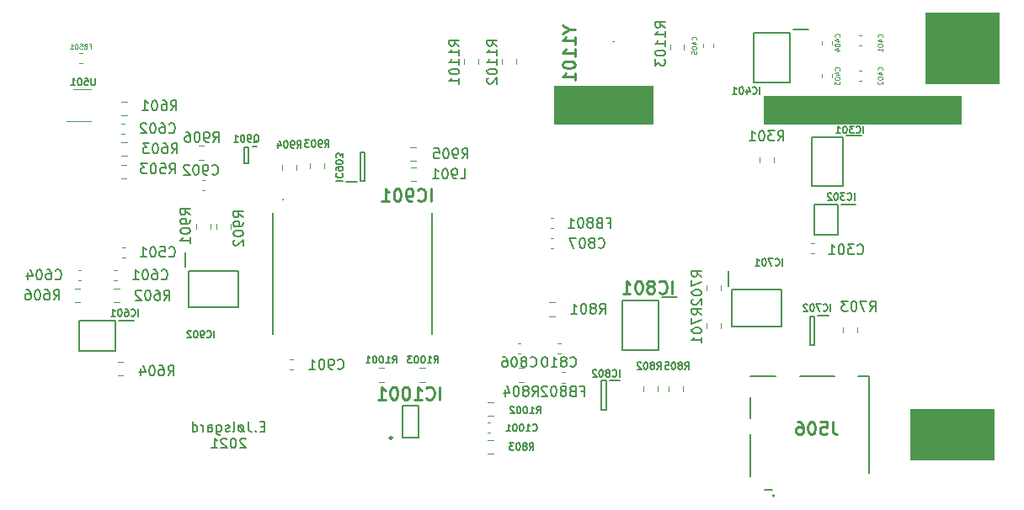
<source format=gbo>
G04 #@! TF.GenerationSoftware,KiCad,Pcbnew,(5.1.4)-1*
G04 #@! TF.CreationDate,2021-04-13T15:40:11+02:00*
G04 #@! TF.ProjectId,cSLIM-shield,63534c49-4d2d-4736-9869-656c642e6b69,rev?*
G04 #@! TF.SameCoordinates,Original*
G04 #@! TF.FileFunction,Legend,Bot*
G04 #@! TF.FilePolarity,Positive*
%FSLAX46Y46*%
G04 Gerber Fmt 4.6, Leading zero omitted, Abs format (unit mm)*
G04 Created by KiCad (PCBNEW (5.1.4)-1) date 2021-04-13 15:40:11*
%MOMM*%
%LPD*%
G04 APERTURE LIST*
%ADD10C,0.150000*%
%ADD11C,0.100000*%
%ADD12C,0.120000*%
%ADD13C,0.200000*%
%ADD14C,0.250000*%
%ADD15C,0.254000*%
G04 APERTURE END LIST*
D10*
X136715047Y-117975571D02*
X136381714Y-117975571D01*
X136238857Y-118499380D02*
X136715047Y-118499380D01*
X136715047Y-117499380D01*
X136238857Y-117499380D01*
X135810285Y-118404142D02*
X135762666Y-118451761D01*
X135810285Y-118499380D01*
X135857904Y-118451761D01*
X135810285Y-118404142D01*
X135810285Y-118499380D01*
X135048380Y-117499380D02*
X135048380Y-118213666D01*
X135096000Y-118356523D01*
X135191238Y-118451761D01*
X135334095Y-118499380D01*
X135429333Y-118499380D01*
X134048380Y-117832714D02*
X134667428Y-118499380D01*
X134429333Y-118499380D02*
X134524571Y-118451761D01*
X134572190Y-118404142D01*
X134619809Y-118308904D01*
X134619809Y-118023190D01*
X134572190Y-117927952D01*
X134524571Y-117880333D01*
X134429333Y-117832714D01*
X134286476Y-117832714D01*
X134191238Y-117880333D01*
X134143619Y-117927952D01*
X134096000Y-118023190D01*
X134096000Y-118308904D01*
X134143619Y-118404142D01*
X134191238Y-118451761D01*
X134286476Y-118499380D01*
X134429333Y-118499380D01*
X133524571Y-118499380D02*
X133619809Y-118451761D01*
X133667428Y-118356523D01*
X133667428Y-117499380D01*
X133191238Y-118451761D02*
X133096000Y-118499380D01*
X132905523Y-118499380D01*
X132810285Y-118451761D01*
X132762666Y-118356523D01*
X132762666Y-118308904D01*
X132810285Y-118213666D01*
X132905523Y-118166047D01*
X133048380Y-118166047D01*
X133143619Y-118118428D01*
X133191238Y-118023190D01*
X133191238Y-117975571D01*
X133143619Y-117880333D01*
X133048380Y-117832714D01*
X132905523Y-117832714D01*
X132810285Y-117880333D01*
X131905523Y-117832714D02*
X131905523Y-118642238D01*
X131953142Y-118737476D01*
X132000761Y-118785095D01*
X132096000Y-118832714D01*
X132238857Y-118832714D01*
X132334095Y-118785095D01*
X131905523Y-118451761D02*
X132000761Y-118499380D01*
X132191238Y-118499380D01*
X132286476Y-118451761D01*
X132334095Y-118404142D01*
X132381714Y-118308904D01*
X132381714Y-118023190D01*
X132334095Y-117927952D01*
X132286476Y-117880333D01*
X132191238Y-117832714D01*
X132000761Y-117832714D01*
X131905523Y-117880333D01*
X131000761Y-118499380D02*
X131000761Y-117975571D01*
X131048380Y-117880333D01*
X131143619Y-117832714D01*
X131334095Y-117832714D01*
X131429333Y-117880333D01*
X131000761Y-118451761D02*
X131096000Y-118499380D01*
X131334095Y-118499380D01*
X131429333Y-118451761D01*
X131476952Y-118356523D01*
X131476952Y-118261285D01*
X131429333Y-118166047D01*
X131334095Y-118118428D01*
X131096000Y-118118428D01*
X131000761Y-118070809D01*
X130524571Y-118499380D02*
X130524571Y-117832714D01*
X130524571Y-118023190D02*
X130476952Y-117927952D01*
X130429333Y-117880333D01*
X130334095Y-117832714D01*
X130238857Y-117832714D01*
X129476952Y-118499380D02*
X129476952Y-117499380D01*
X129476952Y-118451761D02*
X129572190Y-118499380D01*
X129762666Y-118499380D01*
X129857904Y-118451761D01*
X129905523Y-118404142D01*
X129953142Y-118308904D01*
X129953142Y-118023190D01*
X129905523Y-117927952D01*
X129857904Y-117880333D01*
X129762666Y-117832714D01*
X129572190Y-117832714D01*
X129476952Y-117880333D01*
X134810285Y-119244619D02*
X134762666Y-119197000D01*
X134667428Y-119149380D01*
X134429333Y-119149380D01*
X134334095Y-119197000D01*
X134286476Y-119244619D01*
X134238857Y-119339857D01*
X134238857Y-119435095D01*
X134286476Y-119577952D01*
X134857904Y-120149380D01*
X134238857Y-120149380D01*
X133619809Y-119149380D02*
X133524571Y-119149380D01*
X133429333Y-119197000D01*
X133381714Y-119244619D01*
X133334095Y-119339857D01*
X133286476Y-119530333D01*
X133286476Y-119768428D01*
X133334095Y-119958904D01*
X133381714Y-120054142D01*
X133429333Y-120101761D01*
X133524571Y-120149380D01*
X133619809Y-120149380D01*
X133715047Y-120101761D01*
X133762666Y-120054142D01*
X133810285Y-119958904D01*
X133857904Y-119768428D01*
X133857904Y-119530333D01*
X133810285Y-119339857D01*
X133762666Y-119244619D01*
X133715047Y-119197000D01*
X133619809Y-119149380D01*
X132905523Y-119244619D02*
X132857904Y-119197000D01*
X132762666Y-119149380D01*
X132524571Y-119149380D01*
X132429333Y-119197000D01*
X132381714Y-119244619D01*
X132334095Y-119339857D01*
X132334095Y-119435095D01*
X132381714Y-119577952D01*
X132953142Y-120149380D01*
X132334095Y-120149380D01*
X131381714Y-120149380D02*
X131953142Y-120149380D01*
X131667428Y-120149380D02*
X131667428Y-119149380D01*
X131762666Y-119292238D01*
X131857904Y-119387476D01*
X131953142Y-119435095D01*
D11*
G36*
X210058000Y-121285000D02*
G01*
X201676000Y-121285000D01*
X201676000Y-116205000D01*
X210058000Y-116205000D01*
X210058000Y-121285000D01*
G37*
X210058000Y-121285000D02*
X201676000Y-121285000D01*
X201676000Y-116205000D01*
X210058000Y-116205000D01*
X210058000Y-121285000D01*
G36*
X206756000Y-87503000D02*
G01*
X186944000Y-87503000D01*
X186944000Y-84709000D01*
X206756000Y-84709000D01*
X206756000Y-87503000D01*
G37*
X206756000Y-87503000D02*
X186944000Y-87503000D01*
X186944000Y-84709000D01*
X206756000Y-84709000D01*
X206756000Y-87503000D01*
G36*
X210566000Y-83439000D02*
G01*
X203200000Y-83439000D01*
X203200000Y-76327000D01*
X210566000Y-76327000D01*
X210566000Y-83439000D01*
G37*
X210566000Y-83439000D02*
X203200000Y-83439000D01*
X203200000Y-76327000D01*
X210566000Y-76327000D01*
X210566000Y-83439000D01*
G36*
X175768000Y-87503000D02*
G01*
X165862000Y-87503000D01*
X165862000Y-83693000D01*
X175768000Y-83693000D01*
X175768000Y-87503000D01*
G37*
X175768000Y-87503000D02*
X165862000Y-87503000D01*
X165862000Y-83693000D01*
X175768000Y-83693000D01*
X175768000Y-87503000D01*
D12*
X165349422Y-106882000D02*
X165866578Y-106882000D01*
X165349422Y-105462000D02*
X165866578Y-105462000D01*
X191958779Y-100586000D02*
X191633221Y-100586000D01*
X191958779Y-99566000D02*
X191633221Y-99566000D01*
X196433221Y-79631000D02*
X196758779Y-79631000D01*
X196433221Y-78611000D02*
X196758779Y-78611000D01*
X196433221Y-83187000D02*
X196758779Y-83187000D01*
X196433221Y-82167000D02*
X196758779Y-82167000D01*
X192784000Y-82539721D02*
X192784000Y-82865279D01*
X193804000Y-82539721D02*
X193804000Y-82865279D01*
X193804000Y-79186721D02*
X193804000Y-79512279D01*
X192784000Y-79186721D02*
X192784000Y-79512279D01*
X181866000Y-79466221D02*
X181866000Y-79791779D01*
X180846000Y-79466221D02*
X180846000Y-79791779D01*
X122392221Y-99947000D02*
X122717779Y-99947000D01*
X122392221Y-100967000D02*
X122717779Y-100967000D01*
X121854779Y-102233000D02*
X121529221Y-102233000D01*
X121854779Y-103253000D02*
X121529221Y-103253000D01*
X122616779Y-88521000D02*
X122291221Y-88521000D01*
X122616779Y-87501000D02*
X122291221Y-87501000D01*
X117947221Y-102233000D02*
X118272779Y-102233000D01*
X117947221Y-103253000D02*
X118272779Y-103253000D01*
X139582779Y-112270000D02*
X139257221Y-112270000D01*
X139582779Y-111250000D02*
X139257221Y-111250000D01*
X130393221Y-93216000D02*
X130718779Y-93216000D01*
X130393221Y-94236000D02*
X130718779Y-94236000D01*
X159095221Y-118620000D02*
X159420779Y-118620000D01*
X159095221Y-117600000D02*
X159420779Y-117600000D01*
X118049221Y-81409000D02*
X118374779Y-81409000D01*
X118049221Y-80389000D02*
X118374779Y-80389000D01*
D13*
X194894000Y-88863000D02*
X191694000Y-88863000D01*
X191694000Y-88863000D02*
X191694000Y-93763000D01*
X191694000Y-93763000D02*
X194894000Y-93763000D01*
X194894000Y-93763000D02*
X194894000Y-88863000D01*
X196769000Y-88733000D02*
X195244000Y-88733000D01*
X194317000Y-95655000D02*
X192017000Y-95655000D01*
X192017000Y-95655000D02*
X192017000Y-98655000D01*
X192017000Y-98655000D02*
X194317000Y-98655000D01*
X194317000Y-98655000D02*
X194317000Y-95655000D01*
X196092000Y-95605000D02*
X194667000Y-95605000D01*
X189556000Y-78399000D02*
X185856000Y-78399000D01*
X185856000Y-78399000D02*
X185856000Y-83399000D01*
X185856000Y-83399000D02*
X189556000Y-83399000D01*
X189556000Y-83399000D02*
X189556000Y-78399000D01*
X191381000Y-78049000D02*
X189906000Y-78049000D01*
X121738000Y-107339000D02*
X118038000Y-107339000D01*
X118038000Y-107339000D02*
X118038000Y-110339000D01*
X118038000Y-110339000D02*
X121738000Y-110339000D01*
X121738000Y-110339000D02*
X121738000Y-107339000D01*
X123563000Y-107289000D02*
X122088000Y-107289000D01*
X183332000Y-102370000D02*
X183332000Y-103845000D01*
X188682000Y-104195000D02*
X183682000Y-104195000D01*
X188682000Y-107895000D02*
X188682000Y-104195000D01*
X183682000Y-107895000D02*
X188682000Y-107895000D01*
X183682000Y-104195000D02*
X183682000Y-107895000D01*
X191995000Y-106881000D02*
X191545000Y-106881000D01*
X191545000Y-106881000D02*
X191545000Y-109781000D01*
X191545000Y-109781000D02*
X191995000Y-109781000D01*
X191995000Y-109781000D02*
X191995000Y-106881000D01*
X193395000Y-106831000D02*
X192345000Y-106831000D01*
X137542000Y-108716000D02*
X137542000Y-96516000D01*
X153542000Y-96516000D02*
X153542000Y-108716000D01*
X138616000Y-95102000D02*
G75*
G03X138616000Y-95102000I-62000J0D01*
G01*
X129072000Y-102290000D02*
X129072000Y-105990000D01*
X129072000Y-105990000D02*
X134072000Y-105990000D01*
X134072000Y-105990000D02*
X134072000Y-102290000D01*
X134072000Y-102290000D02*
X129072000Y-102290000D01*
X128722000Y-100465000D02*
X128722000Y-101940000D01*
X144933000Y-93321000D02*
X145983000Y-93321000D01*
X146333000Y-90371000D02*
X146333000Y-93271000D01*
X146783000Y-90371000D02*
X146333000Y-90371000D01*
X146783000Y-93271000D02*
X146783000Y-90371000D01*
X146333000Y-93271000D02*
X146783000Y-93271000D01*
X197491000Y-112933000D02*
X197491000Y-122612000D01*
X197491000Y-112933000D02*
X196430000Y-112933000D01*
X194016000Y-112933000D02*
X190516000Y-112933000D01*
X185541000Y-112933000D02*
X188061000Y-112933000D01*
X185541000Y-115036000D02*
X185541000Y-117117000D01*
X185541000Y-118732000D02*
X185541000Y-122966000D01*
X187777000Y-124333000D02*
X186956000Y-124333000D01*
X187995360Y-124938000D02*
G75*
G03X187995360Y-124938000I-113360J0D01*
G01*
D12*
X151974578Y-91873000D02*
X151457422Y-91873000D01*
X151974578Y-93293000D02*
X151457422Y-93293000D01*
D13*
X135124000Y-89878000D02*
X134624000Y-89878000D01*
X134624000Y-89878000D02*
X134624000Y-91478000D01*
X134624000Y-91478000D02*
X135124000Y-91478000D01*
X135124000Y-91478000D02*
X135124000Y-89878000D01*
X135944000Y-89778000D02*
X135474000Y-89778000D01*
D12*
X186488000Y-90878922D02*
X186488000Y-91396078D01*
X187908000Y-90878922D02*
X187908000Y-91396078D01*
X122296422Y-93039000D02*
X122813578Y-93039000D01*
X122296422Y-91619000D02*
X122813578Y-91619000D01*
X122862578Y-85269000D02*
X122345422Y-85269000D01*
X122862578Y-86689000D02*
X122345422Y-86689000D01*
X122100578Y-104065000D02*
X121583422Y-104065000D01*
X122100578Y-105485000D02*
X121583422Y-105485000D01*
X122862578Y-90753000D02*
X122345422Y-90753000D01*
X122862578Y-89333000D02*
X122345422Y-89333000D01*
X122510578Y-112851000D02*
X121993422Y-112851000D01*
X122510578Y-111431000D02*
X121993422Y-111431000D01*
X117675422Y-105485000D02*
X118192578Y-105485000D01*
X117675422Y-104065000D02*
X118192578Y-104065000D01*
X181154000Y-107564422D02*
X181154000Y-108081578D01*
X182574000Y-107564422D02*
X182574000Y-108081578D01*
X182574000Y-103754422D02*
X182574000Y-104271578D01*
X181154000Y-103754422D02*
X181154000Y-104271578D01*
X196290000Y-107993422D02*
X196290000Y-108510578D01*
X194870000Y-107993422D02*
X194870000Y-108510578D01*
X131266000Y-97609922D02*
X131266000Y-98127078D01*
X129846000Y-97609922D02*
X129846000Y-98127078D01*
X133298000Y-97609922D02*
X133298000Y-98127078D01*
X131878000Y-97609922D02*
X131878000Y-98127078D01*
X141276000Y-92001078D02*
X141276000Y-91483922D01*
X142696000Y-92001078D02*
X142696000Y-91483922D01*
X139902000Y-91640922D02*
X139902000Y-92158078D01*
X138482000Y-91640922D02*
X138482000Y-92158078D01*
X151379422Y-89841000D02*
X151896578Y-89841000D01*
X151379422Y-91261000D02*
X151896578Y-91261000D01*
X130092422Y-91134000D02*
X130609578Y-91134000D01*
X130092422Y-89714000D02*
X130609578Y-89714000D01*
X148721578Y-112066000D02*
X148204422Y-112066000D01*
X148721578Y-113486000D02*
X148204422Y-113486000D01*
X159692578Y-115495000D02*
X159175422Y-115495000D01*
X159692578Y-116915000D02*
X159175422Y-116915000D01*
X152834578Y-113486000D02*
X152317422Y-113486000D01*
X152834578Y-112066000D02*
X152317422Y-112066000D01*
X117464000Y-84049000D02*
X119264000Y-84049000D01*
X119264000Y-87269000D02*
X116814000Y-87269000D01*
D13*
X176348000Y-105323000D02*
X172648000Y-105323000D01*
X172648000Y-105323000D02*
X172648000Y-110323000D01*
X172648000Y-110323000D02*
X176348000Y-110323000D01*
X176348000Y-110323000D02*
X176348000Y-105323000D01*
X178173000Y-104973000D02*
X176698000Y-104973000D01*
X171040000Y-113358000D02*
X170590000Y-113358000D01*
X170590000Y-113358000D02*
X170590000Y-116258000D01*
X170590000Y-116258000D02*
X171040000Y-116258000D01*
X171040000Y-116258000D02*
X171040000Y-113358000D01*
X172440000Y-113308000D02*
X171390000Y-113308000D01*
D12*
X174804000Y-113914422D02*
X174804000Y-114431578D01*
X176224000Y-113914422D02*
X176224000Y-114431578D01*
X159692578Y-119305000D02*
X159175422Y-119305000D01*
X159692578Y-120725000D02*
X159175422Y-120725000D01*
X162151221Y-109577000D02*
X162476779Y-109577000D01*
X162151221Y-110597000D02*
X162476779Y-110597000D01*
X165445221Y-100078000D02*
X165770779Y-100078000D01*
X165445221Y-99058000D02*
X165770779Y-99058000D01*
X166161221Y-109577000D02*
X166486779Y-109577000D01*
X166161221Y-110597000D02*
X166486779Y-110597000D01*
X165445221Y-98046000D02*
X165770779Y-98046000D01*
X165445221Y-97026000D02*
X165770779Y-97026000D01*
X166561221Y-112527000D02*
X166886779Y-112527000D01*
X166561221Y-113547000D02*
X166886779Y-113547000D01*
X162255422Y-112107000D02*
X162772578Y-112107000D01*
X162255422Y-113527000D02*
X162772578Y-113527000D01*
X177344000Y-113914422D02*
X177344000Y-114431578D01*
X178764000Y-113914422D02*
X178764000Y-114431578D01*
X158190000Y-81021422D02*
X158190000Y-81538578D01*
X156770000Y-81021422D02*
X156770000Y-81538578D01*
X162000000Y-81538578D02*
X162000000Y-81021422D01*
X160580000Y-81538578D02*
X160580000Y-81021422D01*
X177471000Y-80063078D02*
X177471000Y-79545922D01*
X178891000Y-80063078D02*
X178891000Y-79545922D01*
D11*
X171707000Y-79245000D02*
X171707000Y-79245000D01*
X171807000Y-79245000D02*
X171807000Y-79245000D01*
X171807000Y-79245000D02*
G75*
G03X171707000Y-79245000I-50000J0D01*
G01*
X171707000Y-79245000D02*
G75*
G03X171807000Y-79245000I50000J0D01*
G01*
D13*
X150609000Y-119115000D02*
X152159000Y-119115000D01*
X152159000Y-119115000D02*
X152159000Y-115835000D01*
X152159000Y-115835000D02*
X150609000Y-115835000D01*
X150609000Y-115835000D02*
X150609000Y-119115000D01*
D14*
X149534000Y-119125000D02*
G75*
G03X149534000Y-119125000I-125000J0D01*
G01*
D10*
X170410047Y-106624380D02*
X170743380Y-106148190D01*
X170981476Y-106624380D02*
X170981476Y-105624380D01*
X170600523Y-105624380D01*
X170505285Y-105672000D01*
X170457666Y-105719619D01*
X170410047Y-105814857D01*
X170410047Y-105957714D01*
X170457666Y-106052952D01*
X170505285Y-106100571D01*
X170600523Y-106148190D01*
X170981476Y-106148190D01*
X169838619Y-106052952D02*
X169933857Y-106005333D01*
X169981476Y-105957714D01*
X170029095Y-105862476D01*
X170029095Y-105814857D01*
X169981476Y-105719619D01*
X169933857Y-105672000D01*
X169838619Y-105624380D01*
X169648142Y-105624380D01*
X169552904Y-105672000D01*
X169505285Y-105719619D01*
X169457666Y-105814857D01*
X169457666Y-105862476D01*
X169505285Y-105957714D01*
X169552904Y-106005333D01*
X169648142Y-106052952D01*
X169838619Y-106052952D01*
X169933857Y-106100571D01*
X169981476Y-106148190D01*
X170029095Y-106243428D01*
X170029095Y-106433904D01*
X169981476Y-106529142D01*
X169933857Y-106576761D01*
X169838619Y-106624380D01*
X169648142Y-106624380D01*
X169552904Y-106576761D01*
X169505285Y-106529142D01*
X169457666Y-106433904D01*
X169457666Y-106243428D01*
X169505285Y-106148190D01*
X169552904Y-106100571D01*
X169648142Y-106052952D01*
X168838619Y-105624380D02*
X168743380Y-105624380D01*
X168648142Y-105672000D01*
X168600523Y-105719619D01*
X168552904Y-105814857D01*
X168505285Y-106005333D01*
X168505285Y-106243428D01*
X168552904Y-106433904D01*
X168600523Y-106529142D01*
X168648142Y-106576761D01*
X168743380Y-106624380D01*
X168838619Y-106624380D01*
X168933857Y-106576761D01*
X168981476Y-106529142D01*
X169029095Y-106433904D01*
X169076714Y-106243428D01*
X169076714Y-106005333D01*
X169029095Y-105814857D01*
X168981476Y-105719619D01*
X168933857Y-105672000D01*
X168838619Y-105624380D01*
X167552904Y-106624380D02*
X168124333Y-106624380D01*
X167838619Y-106624380D02*
X167838619Y-105624380D01*
X167933857Y-105767238D01*
X168029095Y-105862476D01*
X168124333Y-105910095D01*
X196318547Y-100560142D02*
X196366166Y-100607761D01*
X196509023Y-100655380D01*
X196604261Y-100655380D01*
X196747119Y-100607761D01*
X196842357Y-100512523D01*
X196889976Y-100417285D01*
X196937595Y-100226809D01*
X196937595Y-100083952D01*
X196889976Y-99893476D01*
X196842357Y-99798238D01*
X196747119Y-99703000D01*
X196604261Y-99655380D01*
X196509023Y-99655380D01*
X196366166Y-99703000D01*
X196318547Y-99750619D01*
X195985214Y-99655380D02*
X195366166Y-99655380D01*
X195699500Y-100036333D01*
X195556642Y-100036333D01*
X195461404Y-100083952D01*
X195413785Y-100131571D01*
X195366166Y-100226809D01*
X195366166Y-100464904D01*
X195413785Y-100560142D01*
X195461404Y-100607761D01*
X195556642Y-100655380D01*
X195842357Y-100655380D01*
X195937595Y-100607761D01*
X195985214Y-100560142D01*
X194747119Y-99655380D02*
X194651880Y-99655380D01*
X194556642Y-99703000D01*
X194509023Y-99750619D01*
X194461404Y-99845857D01*
X194413785Y-100036333D01*
X194413785Y-100274428D01*
X194461404Y-100464904D01*
X194509023Y-100560142D01*
X194556642Y-100607761D01*
X194651880Y-100655380D01*
X194747119Y-100655380D01*
X194842357Y-100607761D01*
X194889976Y-100560142D01*
X194937595Y-100464904D01*
X194985214Y-100274428D01*
X194985214Y-100036333D01*
X194937595Y-99845857D01*
X194889976Y-99750619D01*
X194842357Y-99703000D01*
X194747119Y-99655380D01*
X193461404Y-100655380D02*
X194032833Y-100655380D01*
X193747119Y-100655380D02*
X193747119Y-99655380D01*
X193842357Y-99798238D01*
X193937595Y-99893476D01*
X194032833Y-99941095D01*
D11*
X198806571Y-78815476D02*
X198830380Y-78791666D01*
X198854190Y-78720238D01*
X198854190Y-78672619D01*
X198830380Y-78601190D01*
X198782761Y-78553571D01*
X198735142Y-78529761D01*
X198639904Y-78505952D01*
X198568476Y-78505952D01*
X198473238Y-78529761D01*
X198425619Y-78553571D01*
X198378000Y-78601190D01*
X198354190Y-78672619D01*
X198354190Y-78720238D01*
X198378000Y-78791666D01*
X198401809Y-78815476D01*
X198520857Y-79244047D02*
X198854190Y-79244047D01*
X198330380Y-79125000D02*
X198687523Y-79005952D01*
X198687523Y-79315476D01*
X198354190Y-79601190D02*
X198354190Y-79648809D01*
X198378000Y-79696428D01*
X198401809Y-79720238D01*
X198449428Y-79744047D01*
X198544666Y-79767857D01*
X198663714Y-79767857D01*
X198758952Y-79744047D01*
X198806571Y-79720238D01*
X198830380Y-79696428D01*
X198854190Y-79648809D01*
X198854190Y-79601190D01*
X198830380Y-79553571D01*
X198806571Y-79529761D01*
X198758952Y-79505952D01*
X198663714Y-79482142D01*
X198544666Y-79482142D01*
X198449428Y-79505952D01*
X198401809Y-79529761D01*
X198378000Y-79553571D01*
X198354190Y-79601190D01*
X198854190Y-80244047D02*
X198854190Y-79958333D01*
X198854190Y-80101190D02*
X198354190Y-80101190D01*
X198425619Y-80053571D01*
X198473238Y-80005952D01*
X198497047Y-79958333D01*
X198806571Y-82117476D02*
X198830380Y-82093666D01*
X198854190Y-82022238D01*
X198854190Y-81974619D01*
X198830380Y-81903190D01*
X198782761Y-81855571D01*
X198735142Y-81831761D01*
X198639904Y-81807952D01*
X198568476Y-81807952D01*
X198473238Y-81831761D01*
X198425619Y-81855571D01*
X198378000Y-81903190D01*
X198354190Y-81974619D01*
X198354190Y-82022238D01*
X198378000Y-82093666D01*
X198401809Y-82117476D01*
X198520857Y-82546047D02*
X198854190Y-82546047D01*
X198330380Y-82427000D02*
X198687523Y-82307952D01*
X198687523Y-82617476D01*
X198354190Y-82903190D02*
X198354190Y-82950809D01*
X198378000Y-82998428D01*
X198401809Y-83022238D01*
X198449428Y-83046047D01*
X198544666Y-83069857D01*
X198663714Y-83069857D01*
X198758952Y-83046047D01*
X198806571Y-83022238D01*
X198830380Y-82998428D01*
X198854190Y-82950809D01*
X198854190Y-82903190D01*
X198830380Y-82855571D01*
X198806571Y-82831761D01*
X198758952Y-82807952D01*
X198663714Y-82784142D01*
X198544666Y-82784142D01*
X198449428Y-82807952D01*
X198401809Y-82831761D01*
X198378000Y-82855571D01*
X198354190Y-82903190D01*
X198401809Y-83260333D02*
X198378000Y-83284142D01*
X198354190Y-83331761D01*
X198354190Y-83450809D01*
X198378000Y-83498428D01*
X198401809Y-83522238D01*
X198449428Y-83546047D01*
X198497047Y-83546047D01*
X198568476Y-83522238D01*
X198854190Y-83236523D01*
X198854190Y-83546047D01*
X194488571Y-82142976D02*
X194512380Y-82119166D01*
X194536190Y-82047738D01*
X194536190Y-82000119D01*
X194512380Y-81928690D01*
X194464761Y-81881071D01*
X194417142Y-81857261D01*
X194321904Y-81833452D01*
X194250476Y-81833452D01*
X194155238Y-81857261D01*
X194107619Y-81881071D01*
X194060000Y-81928690D01*
X194036190Y-82000119D01*
X194036190Y-82047738D01*
X194060000Y-82119166D01*
X194083809Y-82142976D01*
X194202857Y-82571547D02*
X194536190Y-82571547D01*
X194012380Y-82452500D02*
X194369523Y-82333452D01*
X194369523Y-82642976D01*
X194036190Y-82928690D02*
X194036190Y-82976309D01*
X194060000Y-83023928D01*
X194083809Y-83047738D01*
X194131428Y-83071547D01*
X194226666Y-83095357D01*
X194345714Y-83095357D01*
X194440952Y-83071547D01*
X194488571Y-83047738D01*
X194512380Y-83023928D01*
X194536190Y-82976309D01*
X194536190Y-82928690D01*
X194512380Y-82881071D01*
X194488571Y-82857261D01*
X194440952Y-82833452D01*
X194345714Y-82809642D01*
X194226666Y-82809642D01*
X194131428Y-82833452D01*
X194083809Y-82857261D01*
X194060000Y-82881071D01*
X194036190Y-82928690D01*
X194036190Y-83262023D02*
X194036190Y-83571547D01*
X194226666Y-83404880D01*
X194226666Y-83476309D01*
X194250476Y-83523928D01*
X194274285Y-83547738D01*
X194321904Y-83571547D01*
X194440952Y-83571547D01*
X194488571Y-83547738D01*
X194512380Y-83523928D01*
X194536190Y-83476309D01*
X194536190Y-83333452D01*
X194512380Y-83285833D01*
X194488571Y-83262023D01*
X194488571Y-78789976D02*
X194512380Y-78766166D01*
X194536190Y-78694738D01*
X194536190Y-78647119D01*
X194512380Y-78575690D01*
X194464761Y-78528071D01*
X194417142Y-78504261D01*
X194321904Y-78480452D01*
X194250476Y-78480452D01*
X194155238Y-78504261D01*
X194107619Y-78528071D01*
X194060000Y-78575690D01*
X194036190Y-78647119D01*
X194036190Y-78694738D01*
X194060000Y-78766166D01*
X194083809Y-78789976D01*
X194202857Y-79218547D02*
X194536190Y-79218547D01*
X194012380Y-79099500D02*
X194369523Y-78980452D01*
X194369523Y-79289976D01*
X194036190Y-79575690D02*
X194036190Y-79623309D01*
X194060000Y-79670928D01*
X194083809Y-79694738D01*
X194131428Y-79718547D01*
X194226666Y-79742357D01*
X194345714Y-79742357D01*
X194440952Y-79718547D01*
X194488571Y-79694738D01*
X194512380Y-79670928D01*
X194536190Y-79623309D01*
X194536190Y-79575690D01*
X194512380Y-79528071D01*
X194488571Y-79504261D01*
X194440952Y-79480452D01*
X194345714Y-79456642D01*
X194226666Y-79456642D01*
X194131428Y-79480452D01*
X194083809Y-79504261D01*
X194060000Y-79528071D01*
X194036190Y-79575690D01*
X194202857Y-80170928D02*
X194536190Y-80170928D01*
X194012380Y-80051880D02*
X194369523Y-79932833D01*
X194369523Y-80242357D01*
X180104571Y-79069476D02*
X180128380Y-79045666D01*
X180152190Y-78974238D01*
X180152190Y-78926619D01*
X180128380Y-78855190D01*
X180080761Y-78807571D01*
X180033142Y-78783761D01*
X179937904Y-78759952D01*
X179866476Y-78759952D01*
X179771238Y-78783761D01*
X179723619Y-78807571D01*
X179676000Y-78855190D01*
X179652190Y-78926619D01*
X179652190Y-78974238D01*
X179676000Y-79045666D01*
X179699809Y-79069476D01*
X179818857Y-79498047D02*
X180152190Y-79498047D01*
X179628380Y-79379000D02*
X179985523Y-79259952D01*
X179985523Y-79569476D01*
X179652190Y-79855190D02*
X179652190Y-79902809D01*
X179676000Y-79950428D01*
X179699809Y-79974238D01*
X179747428Y-79998047D01*
X179842666Y-80021857D01*
X179961714Y-80021857D01*
X180056952Y-79998047D01*
X180104571Y-79974238D01*
X180128380Y-79950428D01*
X180152190Y-79902809D01*
X180152190Y-79855190D01*
X180128380Y-79807571D01*
X180104571Y-79783761D01*
X180056952Y-79759952D01*
X179961714Y-79736142D01*
X179842666Y-79736142D01*
X179747428Y-79759952D01*
X179699809Y-79783761D01*
X179676000Y-79807571D01*
X179652190Y-79855190D01*
X179652190Y-80474238D02*
X179652190Y-80236142D01*
X179890285Y-80212333D01*
X179866476Y-80236142D01*
X179842666Y-80283761D01*
X179842666Y-80402809D01*
X179866476Y-80450428D01*
X179890285Y-80474238D01*
X179937904Y-80498047D01*
X180056952Y-80498047D01*
X180104571Y-80474238D01*
X180128380Y-80450428D01*
X180152190Y-80402809D01*
X180152190Y-80283761D01*
X180128380Y-80236142D01*
X180104571Y-80212333D01*
D10*
X127103047Y-100814142D02*
X127150666Y-100861761D01*
X127293523Y-100909380D01*
X127388761Y-100909380D01*
X127531619Y-100861761D01*
X127626857Y-100766523D01*
X127674476Y-100671285D01*
X127722095Y-100480809D01*
X127722095Y-100337952D01*
X127674476Y-100147476D01*
X127626857Y-100052238D01*
X127531619Y-99957000D01*
X127388761Y-99909380D01*
X127293523Y-99909380D01*
X127150666Y-99957000D01*
X127103047Y-100004619D01*
X126198285Y-99909380D02*
X126674476Y-99909380D01*
X126722095Y-100385571D01*
X126674476Y-100337952D01*
X126579238Y-100290333D01*
X126341142Y-100290333D01*
X126245904Y-100337952D01*
X126198285Y-100385571D01*
X126150666Y-100480809D01*
X126150666Y-100718904D01*
X126198285Y-100814142D01*
X126245904Y-100861761D01*
X126341142Y-100909380D01*
X126579238Y-100909380D01*
X126674476Y-100861761D01*
X126722095Y-100814142D01*
X125531619Y-99909380D02*
X125436380Y-99909380D01*
X125341142Y-99957000D01*
X125293523Y-100004619D01*
X125245904Y-100099857D01*
X125198285Y-100290333D01*
X125198285Y-100528428D01*
X125245904Y-100718904D01*
X125293523Y-100814142D01*
X125341142Y-100861761D01*
X125436380Y-100909380D01*
X125531619Y-100909380D01*
X125626857Y-100861761D01*
X125674476Y-100814142D01*
X125722095Y-100718904D01*
X125769714Y-100528428D01*
X125769714Y-100290333D01*
X125722095Y-100099857D01*
X125674476Y-100004619D01*
X125626857Y-99957000D01*
X125531619Y-99909380D01*
X124245904Y-100909380D02*
X124817333Y-100909380D01*
X124531619Y-100909380D02*
X124531619Y-99909380D01*
X124626857Y-100052238D01*
X124722095Y-100147476D01*
X124817333Y-100195095D01*
X126341547Y-103100142D02*
X126389166Y-103147761D01*
X126532023Y-103195380D01*
X126627261Y-103195380D01*
X126770119Y-103147761D01*
X126865357Y-103052523D01*
X126912976Y-102957285D01*
X126960595Y-102766809D01*
X126960595Y-102623952D01*
X126912976Y-102433476D01*
X126865357Y-102338238D01*
X126770119Y-102243000D01*
X126627261Y-102195380D01*
X126532023Y-102195380D01*
X126389166Y-102243000D01*
X126341547Y-102290619D01*
X125484404Y-102195380D02*
X125674880Y-102195380D01*
X125770119Y-102243000D01*
X125817738Y-102290619D01*
X125912976Y-102433476D01*
X125960595Y-102623952D01*
X125960595Y-103004904D01*
X125912976Y-103100142D01*
X125865357Y-103147761D01*
X125770119Y-103195380D01*
X125579642Y-103195380D01*
X125484404Y-103147761D01*
X125436785Y-103100142D01*
X125389166Y-103004904D01*
X125389166Y-102766809D01*
X125436785Y-102671571D01*
X125484404Y-102623952D01*
X125579642Y-102576333D01*
X125770119Y-102576333D01*
X125865357Y-102623952D01*
X125912976Y-102671571D01*
X125960595Y-102766809D01*
X124770119Y-102195380D02*
X124674880Y-102195380D01*
X124579642Y-102243000D01*
X124532023Y-102290619D01*
X124484404Y-102385857D01*
X124436785Y-102576333D01*
X124436785Y-102814428D01*
X124484404Y-103004904D01*
X124532023Y-103100142D01*
X124579642Y-103147761D01*
X124674880Y-103195380D01*
X124770119Y-103195380D01*
X124865357Y-103147761D01*
X124912976Y-103100142D01*
X124960595Y-103004904D01*
X125008214Y-102814428D01*
X125008214Y-102576333D01*
X124960595Y-102385857D01*
X124912976Y-102290619D01*
X124865357Y-102243000D01*
X124770119Y-102195380D01*
X123484404Y-103195380D02*
X124055833Y-103195380D01*
X123770119Y-103195380D02*
X123770119Y-102195380D01*
X123865357Y-102338238D01*
X123960595Y-102433476D01*
X124055833Y-102481095D01*
X127103547Y-88368142D02*
X127151166Y-88415761D01*
X127294023Y-88463380D01*
X127389261Y-88463380D01*
X127532119Y-88415761D01*
X127627357Y-88320523D01*
X127674976Y-88225285D01*
X127722595Y-88034809D01*
X127722595Y-87891952D01*
X127674976Y-87701476D01*
X127627357Y-87606238D01*
X127532119Y-87511000D01*
X127389261Y-87463380D01*
X127294023Y-87463380D01*
X127151166Y-87511000D01*
X127103547Y-87558619D01*
X126246404Y-87463380D02*
X126436880Y-87463380D01*
X126532119Y-87511000D01*
X126579738Y-87558619D01*
X126674976Y-87701476D01*
X126722595Y-87891952D01*
X126722595Y-88272904D01*
X126674976Y-88368142D01*
X126627357Y-88415761D01*
X126532119Y-88463380D01*
X126341642Y-88463380D01*
X126246404Y-88415761D01*
X126198785Y-88368142D01*
X126151166Y-88272904D01*
X126151166Y-88034809D01*
X126198785Y-87939571D01*
X126246404Y-87891952D01*
X126341642Y-87844333D01*
X126532119Y-87844333D01*
X126627357Y-87891952D01*
X126674976Y-87939571D01*
X126722595Y-88034809D01*
X125532119Y-87463380D02*
X125436880Y-87463380D01*
X125341642Y-87511000D01*
X125294023Y-87558619D01*
X125246404Y-87653857D01*
X125198785Y-87844333D01*
X125198785Y-88082428D01*
X125246404Y-88272904D01*
X125294023Y-88368142D01*
X125341642Y-88415761D01*
X125436880Y-88463380D01*
X125532119Y-88463380D01*
X125627357Y-88415761D01*
X125674976Y-88368142D01*
X125722595Y-88272904D01*
X125770214Y-88082428D01*
X125770214Y-87844333D01*
X125722595Y-87653857D01*
X125674976Y-87558619D01*
X125627357Y-87511000D01*
X125532119Y-87463380D01*
X124817833Y-87558619D02*
X124770214Y-87511000D01*
X124674976Y-87463380D01*
X124436880Y-87463380D01*
X124341642Y-87511000D01*
X124294023Y-87558619D01*
X124246404Y-87653857D01*
X124246404Y-87749095D01*
X124294023Y-87891952D01*
X124865452Y-88463380D01*
X124246404Y-88463380D01*
X115673047Y-103100142D02*
X115720666Y-103147761D01*
X115863523Y-103195380D01*
X115958761Y-103195380D01*
X116101619Y-103147761D01*
X116196857Y-103052523D01*
X116244476Y-102957285D01*
X116292095Y-102766809D01*
X116292095Y-102623952D01*
X116244476Y-102433476D01*
X116196857Y-102338238D01*
X116101619Y-102243000D01*
X115958761Y-102195380D01*
X115863523Y-102195380D01*
X115720666Y-102243000D01*
X115673047Y-102290619D01*
X114815904Y-102195380D02*
X115006380Y-102195380D01*
X115101619Y-102243000D01*
X115149238Y-102290619D01*
X115244476Y-102433476D01*
X115292095Y-102623952D01*
X115292095Y-103004904D01*
X115244476Y-103100142D01*
X115196857Y-103147761D01*
X115101619Y-103195380D01*
X114911142Y-103195380D01*
X114815904Y-103147761D01*
X114768285Y-103100142D01*
X114720666Y-103004904D01*
X114720666Y-102766809D01*
X114768285Y-102671571D01*
X114815904Y-102623952D01*
X114911142Y-102576333D01*
X115101619Y-102576333D01*
X115196857Y-102623952D01*
X115244476Y-102671571D01*
X115292095Y-102766809D01*
X114101619Y-102195380D02*
X114006380Y-102195380D01*
X113911142Y-102243000D01*
X113863523Y-102290619D01*
X113815904Y-102385857D01*
X113768285Y-102576333D01*
X113768285Y-102814428D01*
X113815904Y-103004904D01*
X113863523Y-103100142D01*
X113911142Y-103147761D01*
X114006380Y-103195380D01*
X114101619Y-103195380D01*
X114196857Y-103147761D01*
X114244476Y-103100142D01*
X114292095Y-103004904D01*
X114339714Y-102814428D01*
X114339714Y-102576333D01*
X114292095Y-102385857D01*
X114244476Y-102290619D01*
X114196857Y-102243000D01*
X114101619Y-102195380D01*
X112911142Y-102528714D02*
X112911142Y-103195380D01*
X113149238Y-102147761D02*
X113387333Y-102862047D01*
X112768285Y-102862047D01*
X144069547Y-112117142D02*
X144117166Y-112164761D01*
X144260023Y-112212380D01*
X144355261Y-112212380D01*
X144498119Y-112164761D01*
X144593357Y-112069523D01*
X144640976Y-111974285D01*
X144688595Y-111783809D01*
X144688595Y-111640952D01*
X144640976Y-111450476D01*
X144593357Y-111355238D01*
X144498119Y-111260000D01*
X144355261Y-111212380D01*
X144260023Y-111212380D01*
X144117166Y-111260000D01*
X144069547Y-111307619D01*
X143593357Y-112212380D02*
X143402880Y-112212380D01*
X143307642Y-112164761D01*
X143260023Y-112117142D01*
X143164785Y-111974285D01*
X143117166Y-111783809D01*
X143117166Y-111402857D01*
X143164785Y-111307619D01*
X143212404Y-111260000D01*
X143307642Y-111212380D01*
X143498119Y-111212380D01*
X143593357Y-111260000D01*
X143640976Y-111307619D01*
X143688595Y-111402857D01*
X143688595Y-111640952D01*
X143640976Y-111736190D01*
X143593357Y-111783809D01*
X143498119Y-111831428D01*
X143307642Y-111831428D01*
X143212404Y-111783809D01*
X143164785Y-111736190D01*
X143117166Y-111640952D01*
X142498119Y-111212380D02*
X142402880Y-111212380D01*
X142307642Y-111260000D01*
X142260023Y-111307619D01*
X142212404Y-111402857D01*
X142164785Y-111593333D01*
X142164785Y-111831428D01*
X142212404Y-112021904D01*
X142260023Y-112117142D01*
X142307642Y-112164761D01*
X142402880Y-112212380D01*
X142498119Y-112212380D01*
X142593357Y-112164761D01*
X142640976Y-112117142D01*
X142688595Y-112021904D01*
X142736214Y-111831428D01*
X142736214Y-111593333D01*
X142688595Y-111402857D01*
X142640976Y-111307619D01*
X142593357Y-111260000D01*
X142498119Y-111212380D01*
X141212404Y-112212380D02*
X141783833Y-112212380D01*
X141498119Y-112212380D02*
X141498119Y-111212380D01*
X141593357Y-111355238D01*
X141688595Y-111450476D01*
X141783833Y-111498095D01*
X131446547Y-92559142D02*
X131494166Y-92606761D01*
X131637023Y-92654380D01*
X131732261Y-92654380D01*
X131875119Y-92606761D01*
X131970357Y-92511523D01*
X132017976Y-92416285D01*
X132065595Y-92225809D01*
X132065595Y-92082952D01*
X132017976Y-91892476D01*
X131970357Y-91797238D01*
X131875119Y-91702000D01*
X131732261Y-91654380D01*
X131637023Y-91654380D01*
X131494166Y-91702000D01*
X131446547Y-91749619D01*
X130970357Y-92654380D02*
X130779880Y-92654380D01*
X130684642Y-92606761D01*
X130637023Y-92559142D01*
X130541785Y-92416285D01*
X130494166Y-92225809D01*
X130494166Y-91844857D01*
X130541785Y-91749619D01*
X130589404Y-91702000D01*
X130684642Y-91654380D01*
X130875119Y-91654380D01*
X130970357Y-91702000D01*
X131017976Y-91749619D01*
X131065595Y-91844857D01*
X131065595Y-92082952D01*
X131017976Y-92178190D01*
X130970357Y-92225809D01*
X130875119Y-92273428D01*
X130684642Y-92273428D01*
X130589404Y-92225809D01*
X130541785Y-92178190D01*
X130494166Y-92082952D01*
X129875119Y-91654380D02*
X129779880Y-91654380D01*
X129684642Y-91702000D01*
X129637023Y-91749619D01*
X129589404Y-91844857D01*
X129541785Y-92035333D01*
X129541785Y-92273428D01*
X129589404Y-92463904D01*
X129637023Y-92559142D01*
X129684642Y-92606761D01*
X129779880Y-92654380D01*
X129875119Y-92654380D01*
X129970357Y-92606761D01*
X130017976Y-92559142D01*
X130065595Y-92463904D01*
X130113214Y-92273428D01*
X130113214Y-92035333D01*
X130065595Y-91844857D01*
X130017976Y-91749619D01*
X129970357Y-91702000D01*
X129875119Y-91654380D01*
X129160833Y-91749619D02*
X129113214Y-91702000D01*
X129017976Y-91654380D01*
X128779880Y-91654380D01*
X128684642Y-91702000D01*
X128637023Y-91749619D01*
X128589404Y-91844857D01*
X128589404Y-91940095D01*
X128637023Y-92082952D01*
X129208452Y-92654380D01*
X128589404Y-92654380D01*
X163676666Y-118360000D02*
X163710000Y-118393333D01*
X163810000Y-118426666D01*
X163876666Y-118426666D01*
X163976666Y-118393333D01*
X164043333Y-118326666D01*
X164076666Y-118260000D01*
X164110000Y-118126666D01*
X164110000Y-118026666D01*
X164076666Y-117893333D01*
X164043333Y-117826666D01*
X163976666Y-117760000D01*
X163876666Y-117726666D01*
X163810000Y-117726666D01*
X163710000Y-117760000D01*
X163676666Y-117793333D01*
X163010000Y-118426666D02*
X163410000Y-118426666D01*
X163210000Y-118426666D02*
X163210000Y-117726666D01*
X163276666Y-117826666D01*
X163343333Y-117893333D01*
X163410000Y-117926666D01*
X162576666Y-117726666D02*
X162510000Y-117726666D01*
X162443333Y-117760000D01*
X162410000Y-117793333D01*
X162376666Y-117860000D01*
X162343333Y-117993333D01*
X162343333Y-118160000D01*
X162376666Y-118293333D01*
X162410000Y-118360000D01*
X162443333Y-118393333D01*
X162510000Y-118426666D01*
X162576666Y-118426666D01*
X162643333Y-118393333D01*
X162676666Y-118360000D01*
X162710000Y-118293333D01*
X162743333Y-118160000D01*
X162743333Y-117993333D01*
X162710000Y-117860000D01*
X162676666Y-117793333D01*
X162643333Y-117760000D01*
X162576666Y-117726666D01*
X161910000Y-117726666D02*
X161843333Y-117726666D01*
X161776666Y-117760000D01*
X161743333Y-117793333D01*
X161710000Y-117860000D01*
X161676666Y-117993333D01*
X161676666Y-118160000D01*
X161710000Y-118293333D01*
X161743333Y-118360000D01*
X161776666Y-118393333D01*
X161843333Y-118426666D01*
X161910000Y-118426666D01*
X161976666Y-118393333D01*
X162010000Y-118360000D01*
X162043333Y-118293333D01*
X162076666Y-118160000D01*
X162076666Y-117993333D01*
X162043333Y-117860000D01*
X162010000Y-117793333D01*
X161976666Y-117760000D01*
X161910000Y-117726666D01*
X161010000Y-118426666D02*
X161410000Y-118426666D01*
X161210000Y-118426666D02*
X161210000Y-117726666D01*
X161276666Y-117826666D01*
X161343333Y-117893333D01*
X161410000Y-117926666D01*
D11*
X119130857Y-79720285D02*
X119297523Y-79720285D01*
X119297523Y-79982190D02*
X119297523Y-79482190D01*
X119059428Y-79482190D01*
X118702285Y-79720285D02*
X118630857Y-79744095D01*
X118607047Y-79767904D01*
X118583238Y-79815523D01*
X118583238Y-79886952D01*
X118607047Y-79934571D01*
X118630857Y-79958380D01*
X118678476Y-79982190D01*
X118868952Y-79982190D01*
X118868952Y-79482190D01*
X118702285Y-79482190D01*
X118654666Y-79506000D01*
X118630857Y-79529809D01*
X118607047Y-79577428D01*
X118607047Y-79625047D01*
X118630857Y-79672666D01*
X118654666Y-79696476D01*
X118702285Y-79720285D01*
X118868952Y-79720285D01*
X118130857Y-79482190D02*
X118368952Y-79482190D01*
X118392761Y-79720285D01*
X118368952Y-79696476D01*
X118321333Y-79672666D01*
X118202285Y-79672666D01*
X118154666Y-79696476D01*
X118130857Y-79720285D01*
X118107047Y-79767904D01*
X118107047Y-79886952D01*
X118130857Y-79934571D01*
X118154666Y-79958380D01*
X118202285Y-79982190D01*
X118321333Y-79982190D01*
X118368952Y-79958380D01*
X118392761Y-79934571D01*
X117797523Y-79482190D02*
X117749904Y-79482190D01*
X117702285Y-79506000D01*
X117678476Y-79529809D01*
X117654666Y-79577428D01*
X117630857Y-79672666D01*
X117630857Y-79791714D01*
X117654666Y-79886952D01*
X117678476Y-79934571D01*
X117702285Y-79958380D01*
X117749904Y-79982190D01*
X117797523Y-79982190D01*
X117845142Y-79958380D01*
X117868952Y-79934571D01*
X117892761Y-79886952D01*
X117916571Y-79791714D01*
X117916571Y-79672666D01*
X117892761Y-79577428D01*
X117868952Y-79529809D01*
X117845142Y-79506000D01*
X117797523Y-79482190D01*
X117154666Y-79982190D02*
X117440380Y-79982190D01*
X117297523Y-79982190D02*
X117297523Y-79482190D01*
X117345142Y-79553619D01*
X117392761Y-79601238D01*
X117440380Y-79625047D01*
D10*
X196930000Y-88454666D02*
X196930000Y-87754666D01*
X196196666Y-88388000D02*
X196230000Y-88421333D01*
X196330000Y-88454666D01*
X196396666Y-88454666D01*
X196496666Y-88421333D01*
X196563333Y-88354666D01*
X196596666Y-88288000D01*
X196630000Y-88154666D01*
X196630000Y-88054666D01*
X196596666Y-87921333D01*
X196563333Y-87854666D01*
X196496666Y-87788000D01*
X196396666Y-87754666D01*
X196330000Y-87754666D01*
X196230000Y-87788000D01*
X196196666Y-87821333D01*
X195963333Y-87754666D02*
X195530000Y-87754666D01*
X195763333Y-88021333D01*
X195663333Y-88021333D01*
X195596666Y-88054666D01*
X195563333Y-88088000D01*
X195530000Y-88154666D01*
X195530000Y-88321333D01*
X195563333Y-88388000D01*
X195596666Y-88421333D01*
X195663333Y-88454666D01*
X195863333Y-88454666D01*
X195930000Y-88421333D01*
X195963333Y-88388000D01*
X195096666Y-87754666D02*
X195030000Y-87754666D01*
X194963333Y-87788000D01*
X194930000Y-87821333D01*
X194896666Y-87888000D01*
X194863333Y-88021333D01*
X194863333Y-88188000D01*
X194896666Y-88321333D01*
X194930000Y-88388000D01*
X194963333Y-88421333D01*
X195030000Y-88454666D01*
X195096666Y-88454666D01*
X195163333Y-88421333D01*
X195196666Y-88388000D01*
X195230000Y-88321333D01*
X195263333Y-88188000D01*
X195263333Y-88021333D01*
X195230000Y-87888000D01*
X195196666Y-87821333D01*
X195163333Y-87788000D01*
X195096666Y-87754666D01*
X194196666Y-88454666D02*
X194596666Y-88454666D01*
X194396666Y-88454666D02*
X194396666Y-87754666D01*
X194463333Y-87854666D01*
X194530000Y-87921333D01*
X194596666Y-87954666D01*
X196041000Y-95185666D02*
X196041000Y-94485666D01*
X195307666Y-95119000D02*
X195341000Y-95152333D01*
X195441000Y-95185666D01*
X195507666Y-95185666D01*
X195607666Y-95152333D01*
X195674333Y-95085666D01*
X195707666Y-95019000D01*
X195741000Y-94885666D01*
X195741000Y-94785666D01*
X195707666Y-94652333D01*
X195674333Y-94585666D01*
X195607666Y-94519000D01*
X195507666Y-94485666D01*
X195441000Y-94485666D01*
X195341000Y-94519000D01*
X195307666Y-94552333D01*
X195074333Y-94485666D02*
X194641000Y-94485666D01*
X194874333Y-94752333D01*
X194774333Y-94752333D01*
X194707666Y-94785666D01*
X194674333Y-94819000D01*
X194641000Y-94885666D01*
X194641000Y-95052333D01*
X194674333Y-95119000D01*
X194707666Y-95152333D01*
X194774333Y-95185666D01*
X194974333Y-95185666D01*
X195041000Y-95152333D01*
X195074333Y-95119000D01*
X194207666Y-94485666D02*
X194141000Y-94485666D01*
X194074333Y-94519000D01*
X194041000Y-94552333D01*
X194007666Y-94619000D01*
X193974333Y-94752333D01*
X193974333Y-94919000D01*
X194007666Y-95052333D01*
X194041000Y-95119000D01*
X194074333Y-95152333D01*
X194141000Y-95185666D01*
X194207666Y-95185666D01*
X194274333Y-95152333D01*
X194307666Y-95119000D01*
X194341000Y-95052333D01*
X194374333Y-94919000D01*
X194374333Y-94752333D01*
X194341000Y-94619000D01*
X194307666Y-94552333D01*
X194274333Y-94519000D01*
X194207666Y-94485666D01*
X193707666Y-94552333D02*
X193674333Y-94519000D01*
X193607666Y-94485666D01*
X193441000Y-94485666D01*
X193374333Y-94519000D01*
X193341000Y-94552333D01*
X193307666Y-94619000D01*
X193307666Y-94685666D01*
X193341000Y-94785666D01*
X193741000Y-95185666D01*
X193307666Y-95185666D01*
X186516000Y-84517666D02*
X186516000Y-83817666D01*
X185782666Y-84451000D02*
X185816000Y-84484333D01*
X185916000Y-84517666D01*
X185982666Y-84517666D01*
X186082666Y-84484333D01*
X186149333Y-84417666D01*
X186182666Y-84351000D01*
X186216000Y-84217666D01*
X186216000Y-84117666D01*
X186182666Y-83984333D01*
X186149333Y-83917666D01*
X186082666Y-83851000D01*
X185982666Y-83817666D01*
X185916000Y-83817666D01*
X185816000Y-83851000D01*
X185782666Y-83884333D01*
X185182666Y-84051000D02*
X185182666Y-84517666D01*
X185349333Y-83784333D02*
X185516000Y-84284333D01*
X185082666Y-84284333D01*
X184682666Y-83817666D02*
X184616000Y-83817666D01*
X184549333Y-83851000D01*
X184516000Y-83884333D01*
X184482666Y-83951000D01*
X184449333Y-84084333D01*
X184449333Y-84251000D01*
X184482666Y-84384333D01*
X184516000Y-84451000D01*
X184549333Y-84484333D01*
X184616000Y-84517666D01*
X184682666Y-84517666D01*
X184749333Y-84484333D01*
X184782666Y-84451000D01*
X184816000Y-84384333D01*
X184849333Y-84251000D01*
X184849333Y-84084333D01*
X184816000Y-83951000D01*
X184782666Y-83884333D01*
X184749333Y-83851000D01*
X184682666Y-83817666D01*
X183782666Y-84517666D02*
X184182666Y-84517666D01*
X183982666Y-84517666D02*
X183982666Y-83817666D01*
X184049333Y-83917666D01*
X184116000Y-83984333D01*
X184182666Y-84017666D01*
X124032000Y-106869666D02*
X124032000Y-106169666D01*
X123298666Y-106803000D02*
X123332000Y-106836333D01*
X123432000Y-106869666D01*
X123498666Y-106869666D01*
X123598666Y-106836333D01*
X123665333Y-106769666D01*
X123698666Y-106703000D01*
X123732000Y-106569666D01*
X123732000Y-106469666D01*
X123698666Y-106336333D01*
X123665333Y-106269666D01*
X123598666Y-106203000D01*
X123498666Y-106169666D01*
X123432000Y-106169666D01*
X123332000Y-106203000D01*
X123298666Y-106236333D01*
X122698666Y-106169666D02*
X122832000Y-106169666D01*
X122898666Y-106203000D01*
X122932000Y-106236333D01*
X122998666Y-106336333D01*
X123032000Y-106469666D01*
X123032000Y-106736333D01*
X122998666Y-106803000D01*
X122965333Y-106836333D01*
X122898666Y-106869666D01*
X122765333Y-106869666D01*
X122698666Y-106836333D01*
X122665333Y-106803000D01*
X122632000Y-106736333D01*
X122632000Y-106569666D01*
X122665333Y-106503000D01*
X122698666Y-106469666D01*
X122765333Y-106436333D01*
X122898666Y-106436333D01*
X122965333Y-106469666D01*
X122998666Y-106503000D01*
X123032000Y-106569666D01*
X122198666Y-106169666D02*
X122132000Y-106169666D01*
X122065333Y-106203000D01*
X122032000Y-106236333D01*
X121998666Y-106303000D01*
X121965333Y-106436333D01*
X121965333Y-106603000D01*
X121998666Y-106736333D01*
X122032000Y-106803000D01*
X122065333Y-106836333D01*
X122132000Y-106869666D01*
X122198666Y-106869666D01*
X122265333Y-106836333D01*
X122298666Y-106803000D01*
X122332000Y-106736333D01*
X122365333Y-106603000D01*
X122365333Y-106436333D01*
X122332000Y-106303000D01*
X122298666Y-106236333D01*
X122265333Y-106203000D01*
X122198666Y-106169666D01*
X121298666Y-106869666D02*
X121698666Y-106869666D01*
X121498666Y-106869666D02*
X121498666Y-106169666D01*
X121565333Y-106269666D01*
X121632000Y-106336333D01*
X121698666Y-106369666D01*
X188802000Y-101789666D02*
X188802000Y-101089666D01*
X188068666Y-101723000D02*
X188102000Y-101756333D01*
X188202000Y-101789666D01*
X188268666Y-101789666D01*
X188368666Y-101756333D01*
X188435333Y-101689666D01*
X188468666Y-101623000D01*
X188502000Y-101489666D01*
X188502000Y-101389666D01*
X188468666Y-101256333D01*
X188435333Y-101189666D01*
X188368666Y-101123000D01*
X188268666Y-101089666D01*
X188202000Y-101089666D01*
X188102000Y-101123000D01*
X188068666Y-101156333D01*
X187835333Y-101089666D02*
X187368666Y-101089666D01*
X187668666Y-101789666D01*
X186968666Y-101089666D02*
X186902000Y-101089666D01*
X186835333Y-101123000D01*
X186802000Y-101156333D01*
X186768666Y-101223000D01*
X186735333Y-101356333D01*
X186735333Y-101523000D01*
X186768666Y-101656333D01*
X186802000Y-101723000D01*
X186835333Y-101756333D01*
X186902000Y-101789666D01*
X186968666Y-101789666D01*
X187035333Y-101756333D01*
X187068666Y-101723000D01*
X187102000Y-101656333D01*
X187135333Y-101523000D01*
X187135333Y-101356333D01*
X187102000Y-101223000D01*
X187068666Y-101156333D01*
X187035333Y-101123000D01*
X186968666Y-101089666D01*
X186068666Y-101789666D02*
X186468666Y-101789666D01*
X186268666Y-101789666D02*
X186268666Y-101089666D01*
X186335333Y-101189666D01*
X186402000Y-101256333D01*
X186468666Y-101289666D01*
X193628000Y-106361666D02*
X193628000Y-105661666D01*
X192894666Y-106295000D02*
X192928000Y-106328333D01*
X193028000Y-106361666D01*
X193094666Y-106361666D01*
X193194666Y-106328333D01*
X193261333Y-106261666D01*
X193294666Y-106195000D01*
X193328000Y-106061666D01*
X193328000Y-105961666D01*
X193294666Y-105828333D01*
X193261333Y-105761666D01*
X193194666Y-105695000D01*
X193094666Y-105661666D01*
X193028000Y-105661666D01*
X192928000Y-105695000D01*
X192894666Y-105728333D01*
X192661333Y-105661666D02*
X192194666Y-105661666D01*
X192494666Y-106361666D01*
X191794666Y-105661666D02*
X191728000Y-105661666D01*
X191661333Y-105695000D01*
X191628000Y-105728333D01*
X191594666Y-105795000D01*
X191561333Y-105928333D01*
X191561333Y-106095000D01*
X191594666Y-106228333D01*
X191628000Y-106295000D01*
X191661333Y-106328333D01*
X191728000Y-106361666D01*
X191794666Y-106361666D01*
X191861333Y-106328333D01*
X191894666Y-106295000D01*
X191928000Y-106228333D01*
X191961333Y-106095000D01*
X191961333Y-105928333D01*
X191928000Y-105795000D01*
X191894666Y-105728333D01*
X191861333Y-105695000D01*
X191794666Y-105661666D01*
X191294666Y-105728333D02*
X191261333Y-105695000D01*
X191194666Y-105661666D01*
X191028000Y-105661666D01*
X190961333Y-105695000D01*
X190928000Y-105728333D01*
X190894666Y-105795000D01*
X190894666Y-105861666D01*
X190928000Y-105961666D01*
X191328000Y-106361666D01*
X190894666Y-106361666D01*
D15*
X153452285Y-95316523D02*
X153452285Y-94046523D01*
X152121809Y-95195571D02*
X152182285Y-95256047D01*
X152363714Y-95316523D01*
X152484666Y-95316523D01*
X152666095Y-95256047D01*
X152787047Y-95135095D01*
X152847523Y-95014142D01*
X152908000Y-94772238D01*
X152908000Y-94590809D01*
X152847523Y-94348904D01*
X152787047Y-94227952D01*
X152666095Y-94107000D01*
X152484666Y-94046523D01*
X152363714Y-94046523D01*
X152182285Y-94107000D01*
X152121809Y-94167476D01*
X151517047Y-95316523D02*
X151275142Y-95316523D01*
X151154190Y-95256047D01*
X151093714Y-95195571D01*
X150972761Y-95014142D01*
X150912285Y-94772238D01*
X150912285Y-94288428D01*
X150972761Y-94167476D01*
X151033238Y-94107000D01*
X151154190Y-94046523D01*
X151396095Y-94046523D01*
X151517047Y-94107000D01*
X151577523Y-94167476D01*
X151638000Y-94288428D01*
X151638000Y-94590809D01*
X151577523Y-94711761D01*
X151517047Y-94772238D01*
X151396095Y-94832714D01*
X151154190Y-94832714D01*
X151033238Y-94772238D01*
X150972761Y-94711761D01*
X150912285Y-94590809D01*
X150126095Y-94046523D02*
X150005142Y-94046523D01*
X149884190Y-94107000D01*
X149823714Y-94167476D01*
X149763238Y-94288428D01*
X149702761Y-94530333D01*
X149702761Y-94832714D01*
X149763238Y-95074619D01*
X149823714Y-95195571D01*
X149884190Y-95256047D01*
X150005142Y-95316523D01*
X150126095Y-95316523D01*
X150247047Y-95256047D01*
X150307523Y-95195571D01*
X150368000Y-95074619D01*
X150428476Y-94832714D01*
X150428476Y-94530333D01*
X150368000Y-94288428D01*
X150307523Y-94167476D01*
X150247047Y-94107000D01*
X150126095Y-94046523D01*
X148493238Y-95316523D02*
X149218952Y-95316523D01*
X148856095Y-95316523D02*
X148856095Y-94046523D01*
X148977047Y-94227952D01*
X149098000Y-94348904D01*
X149218952Y-94409380D01*
D10*
X131652000Y-109028666D02*
X131652000Y-108328666D01*
X130918666Y-108962000D02*
X130952000Y-108995333D01*
X131052000Y-109028666D01*
X131118666Y-109028666D01*
X131218666Y-108995333D01*
X131285333Y-108928666D01*
X131318666Y-108862000D01*
X131352000Y-108728666D01*
X131352000Y-108628666D01*
X131318666Y-108495333D01*
X131285333Y-108428666D01*
X131218666Y-108362000D01*
X131118666Y-108328666D01*
X131052000Y-108328666D01*
X130952000Y-108362000D01*
X130918666Y-108395333D01*
X130585333Y-109028666D02*
X130452000Y-109028666D01*
X130385333Y-108995333D01*
X130352000Y-108962000D01*
X130285333Y-108862000D01*
X130252000Y-108728666D01*
X130252000Y-108462000D01*
X130285333Y-108395333D01*
X130318666Y-108362000D01*
X130385333Y-108328666D01*
X130518666Y-108328666D01*
X130585333Y-108362000D01*
X130618666Y-108395333D01*
X130652000Y-108462000D01*
X130652000Y-108628666D01*
X130618666Y-108695333D01*
X130585333Y-108728666D01*
X130518666Y-108762000D01*
X130385333Y-108762000D01*
X130318666Y-108728666D01*
X130285333Y-108695333D01*
X130252000Y-108628666D01*
X129818666Y-108328666D02*
X129752000Y-108328666D01*
X129685333Y-108362000D01*
X129652000Y-108395333D01*
X129618666Y-108462000D01*
X129585333Y-108595333D01*
X129585333Y-108762000D01*
X129618666Y-108895333D01*
X129652000Y-108962000D01*
X129685333Y-108995333D01*
X129752000Y-109028666D01*
X129818666Y-109028666D01*
X129885333Y-108995333D01*
X129918666Y-108962000D01*
X129952000Y-108895333D01*
X129985333Y-108762000D01*
X129985333Y-108595333D01*
X129952000Y-108462000D01*
X129918666Y-108395333D01*
X129885333Y-108362000D01*
X129818666Y-108328666D01*
X129318666Y-108395333D02*
X129285333Y-108362000D01*
X129218666Y-108328666D01*
X129052000Y-108328666D01*
X128985333Y-108362000D01*
X128952000Y-108395333D01*
X128918666Y-108462000D01*
X128918666Y-108528666D01*
X128952000Y-108628666D01*
X129352000Y-109028666D01*
X128918666Y-109028666D01*
X143871333Y-93237000D02*
X144571333Y-93237000D01*
X143938000Y-92503666D02*
X143904666Y-92537000D01*
X143871333Y-92637000D01*
X143871333Y-92703666D01*
X143904666Y-92803666D01*
X143971333Y-92870333D01*
X144038000Y-92903666D01*
X144171333Y-92937000D01*
X144271333Y-92937000D01*
X144404666Y-92903666D01*
X144471333Y-92870333D01*
X144538000Y-92803666D01*
X144571333Y-92703666D01*
X144571333Y-92637000D01*
X144538000Y-92537000D01*
X144504666Y-92503666D01*
X143871333Y-92170333D02*
X143871333Y-92037000D01*
X143904666Y-91970333D01*
X143938000Y-91937000D01*
X144038000Y-91870333D01*
X144171333Y-91837000D01*
X144438000Y-91837000D01*
X144504666Y-91870333D01*
X144538000Y-91903666D01*
X144571333Y-91970333D01*
X144571333Y-92103666D01*
X144538000Y-92170333D01*
X144504666Y-92203666D01*
X144438000Y-92237000D01*
X144271333Y-92237000D01*
X144204666Y-92203666D01*
X144171333Y-92170333D01*
X144138000Y-92103666D01*
X144138000Y-91970333D01*
X144171333Y-91903666D01*
X144204666Y-91870333D01*
X144271333Y-91837000D01*
X144571333Y-91403666D02*
X144571333Y-91337000D01*
X144538000Y-91270333D01*
X144504666Y-91237000D01*
X144438000Y-91203666D01*
X144304666Y-91170333D01*
X144138000Y-91170333D01*
X144004666Y-91203666D01*
X143938000Y-91237000D01*
X143904666Y-91270333D01*
X143871333Y-91337000D01*
X143871333Y-91403666D01*
X143904666Y-91470333D01*
X143938000Y-91503666D01*
X144004666Y-91537000D01*
X144138000Y-91570333D01*
X144304666Y-91570333D01*
X144438000Y-91537000D01*
X144504666Y-91503666D01*
X144538000Y-91470333D01*
X144571333Y-91403666D01*
X144571333Y-90937000D02*
X144571333Y-90503666D01*
X144304666Y-90737000D01*
X144304666Y-90637000D01*
X144271333Y-90570333D01*
X144238000Y-90537000D01*
X144171333Y-90503666D01*
X144004666Y-90503666D01*
X143938000Y-90537000D01*
X143904666Y-90570333D01*
X143871333Y-90637000D01*
X143871333Y-90837000D01*
X143904666Y-90903666D01*
X143938000Y-90937000D01*
D15*
X193827857Y-117498523D02*
X193827857Y-118405666D01*
X193888333Y-118587095D01*
X194009285Y-118708047D01*
X194190714Y-118768523D01*
X194311666Y-118768523D01*
X192618333Y-117498523D02*
X193223095Y-117498523D01*
X193283571Y-118103285D01*
X193223095Y-118042809D01*
X193102142Y-117982333D01*
X192799761Y-117982333D01*
X192678809Y-118042809D01*
X192618333Y-118103285D01*
X192557857Y-118224238D01*
X192557857Y-118526619D01*
X192618333Y-118647571D01*
X192678809Y-118708047D01*
X192799761Y-118768523D01*
X193102142Y-118768523D01*
X193223095Y-118708047D01*
X193283571Y-118647571D01*
X191771666Y-117498523D02*
X191650714Y-117498523D01*
X191529761Y-117559000D01*
X191469285Y-117619476D01*
X191408809Y-117740428D01*
X191348333Y-117982333D01*
X191348333Y-118284714D01*
X191408809Y-118526619D01*
X191469285Y-118647571D01*
X191529761Y-118708047D01*
X191650714Y-118768523D01*
X191771666Y-118768523D01*
X191892619Y-118708047D01*
X191953095Y-118647571D01*
X192013571Y-118526619D01*
X192074047Y-118284714D01*
X192074047Y-117982333D01*
X192013571Y-117740428D01*
X191953095Y-117619476D01*
X191892619Y-117559000D01*
X191771666Y-117498523D01*
X190259761Y-117498523D02*
X190501666Y-117498523D01*
X190622619Y-117559000D01*
X190683095Y-117619476D01*
X190804047Y-117800904D01*
X190864523Y-118042809D01*
X190864523Y-118526619D01*
X190804047Y-118647571D01*
X190743571Y-118708047D01*
X190622619Y-118768523D01*
X190380714Y-118768523D01*
X190259761Y-118708047D01*
X190199285Y-118647571D01*
X190138809Y-118526619D01*
X190138809Y-118224238D01*
X190199285Y-118103285D01*
X190259761Y-118042809D01*
X190380714Y-117982333D01*
X190622619Y-117982333D01*
X190743571Y-118042809D01*
X190804047Y-118103285D01*
X190864523Y-118224238D01*
D10*
X156391047Y-93035380D02*
X156867238Y-93035380D01*
X156867238Y-92035380D01*
X156010095Y-93035380D02*
X155819619Y-93035380D01*
X155724380Y-92987761D01*
X155676761Y-92940142D01*
X155581523Y-92797285D01*
X155533904Y-92606809D01*
X155533904Y-92225857D01*
X155581523Y-92130619D01*
X155629142Y-92083000D01*
X155724380Y-92035380D01*
X155914857Y-92035380D01*
X156010095Y-92083000D01*
X156057714Y-92130619D01*
X156105333Y-92225857D01*
X156105333Y-92463952D01*
X156057714Y-92559190D01*
X156010095Y-92606809D01*
X155914857Y-92654428D01*
X155724380Y-92654428D01*
X155629142Y-92606809D01*
X155581523Y-92559190D01*
X155533904Y-92463952D01*
X154914857Y-92035380D02*
X154819619Y-92035380D01*
X154724380Y-92083000D01*
X154676761Y-92130619D01*
X154629142Y-92225857D01*
X154581523Y-92416333D01*
X154581523Y-92654428D01*
X154629142Y-92844904D01*
X154676761Y-92940142D01*
X154724380Y-92987761D01*
X154819619Y-93035380D01*
X154914857Y-93035380D01*
X155010095Y-92987761D01*
X155057714Y-92940142D01*
X155105333Y-92844904D01*
X155152952Y-92654428D01*
X155152952Y-92416333D01*
X155105333Y-92225857D01*
X155057714Y-92130619D01*
X155010095Y-92083000D01*
X154914857Y-92035380D01*
X153629142Y-93035380D02*
X154200571Y-93035380D01*
X153914857Y-93035380D02*
X153914857Y-92035380D01*
X154010095Y-92178238D01*
X154105333Y-92273476D01*
X154200571Y-92321095D01*
X135607333Y-89410333D02*
X135674000Y-89377000D01*
X135740666Y-89310333D01*
X135840666Y-89210333D01*
X135907333Y-89177000D01*
X135974000Y-89177000D01*
X135940666Y-89343666D02*
X136007333Y-89310333D01*
X136074000Y-89243666D01*
X136107333Y-89110333D01*
X136107333Y-88877000D01*
X136074000Y-88743666D01*
X136007333Y-88677000D01*
X135940666Y-88643666D01*
X135807333Y-88643666D01*
X135740666Y-88677000D01*
X135674000Y-88743666D01*
X135640666Y-88877000D01*
X135640666Y-89110333D01*
X135674000Y-89243666D01*
X135740666Y-89310333D01*
X135807333Y-89343666D01*
X135940666Y-89343666D01*
X135307333Y-89343666D02*
X135174000Y-89343666D01*
X135107333Y-89310333D01*
X135074000Y-89277000D01*
X135007333Y-89177000D01*
X134974000Y-89043666D01*
X134974000Y-88777000D01*
X135007333Y-88710333D01*
X135040666Y-88677000D01*
X135107333Y-88643666D01*
X135240666Y-88643666D01*
X135307333Y-88677000D01*
X135340666Y-88710333D01*
X135374000Y-88777000D01*
X135374000Y-88943666D01*
X135340666Y-89010333D01*
X135307333Y-89043666D01*
X135240666Y-89077000D01*
X135107333Y-89077000D01*
X135040666Y-89043666D01*
X135007333Y-89010333D01*
X134974000Y-88943666D01*
X134540666Y-88643666D02*
X134474000Y-88643666D01*
X134407333Y-88677000D01*
X134374000Y-88710333D01*
X134340666Y-88777000D01*
X134307333Y-88910333D01*
X134307333Y-89077000D01*
X134340666Y-89210333D01*
X134374000Y-89277000D01*
X134407333Y-89310333D01*
X134474000Y-89343666D01*
X134540666Y-89343666D01*
X134607333Y-89310333D01*
X134640666Y-89277000D01*
X134674000Y-89210333D01*
X134707333Y-89077000D01*
X134707333Y-88910333D01*
X134674000Y-88777000D01*
X134640666Y-88710333D01*
X134607333Y-88677000D01*
X134540666Y-88643666D01*
X133640666Y-89343666D02*
X134040666Y-89343666D01*
X133840666Y-89343666D02*
X133840666Y-88643666D01*
X133907333Y-88743666D01*
X133974000Y-88810333D01*
X134040666Y-88843666D01*
X188317047Y-89225380D02*
X188650380Y-88749190D01*
X188888476Y-89225380D02*
X188888476Y-88225380D01*
X188507523Y-88225380D01*
X188412285Y-88273000D01*
X188364666Y-88320619D01*
X188317047Y-88415857D01*
X188317047Y-88558714D01*
X188364666Y-88653952D01*
X188412285Y-88701571D01*
X188507523Y-88749190D01*
X188888476Y-88749190D01*
X187983714Y-88225380D02*
X187364666Y-88225380D01*
X187698000Y-88606333D01*
X187555142Y-88606333D01*
X187459904Y-88653952D01*
X187412285Y-88701571D01*
X187364666Y-88796809D01*
X187364666Y-89034904D01*
X187412285Y-89130142D01*
X187459904Y-89177761D01*
X187555142Y-89225380D01*
X187840857Y-89225380D01*
X187936095Y-89177761D01*
X187983714Y-89130142D01*
X186745619Y-88225380D02*
X186650380Y-88225380D01*
X186555142Y-88273000D01*
X186507523Y-88320619D01*
X186459904Y-88415857D01*
X186412285Y-88606333D01*
X186412285Y-88844428D01*
X186459904Y-89034904D01*
X186507523Y-89130142D01*
X186555142Y-89177761D01*
X186650380Y-89225380D01*
X186745619Y-89225380D01*
X186840857Y-89177761D01*
X186888476Y-89130142D01*
X186936095Y-89034904D01*
X186983714Y-88844428D01*
X186983714Y-88606333D01*
X186936095Y-88415857D01*
X186888476Y-88320619D01*
X186840857Y-88273000D01*
X186745619Y-88225380D01*
X185459904Y-89225380D02*
X186031333Y-89225380D01*
X185745619Y-89225380D02*
X185745619Y-88225380D01*
X185840857Y-88368238D01*
X185936095Y-88463476D01*
X186031333Y-88511095D01*
X127151547Y-92527380D02*
X127484880Y-92051190D01*
X127722976Y-92527380D02*
X127722976Y-91527380D01*
X127342023Y-91527380D01*
X127246785Y-91575000D01*
X127199166Y-91622619D01*
X127151547Y-91717857D01*
X127151547Y-91860714D01*
X127199166Y-91955952D01*
X127246785Y-92003571D01*
X127342023Y-92051190D01*
X127722976Y-92051190D01*
X126246785Y-91527380D02*
X126722976Y-91527380D01*
X126770595Y-92003571D01*
X126722976Y-91955952D01*
X126627738Y-91908333D01*
X126389642Y-91908333D01*
X126294404Y-91955952D01*
X126246785Y-92003571D01*
X126199166Y-92098809D01*
X126199166Y-92336904D01*
X126246785Y-92432142D01*
X126294404Y-92479761D01*
X126389642Y-92527380D01*
X126627738Y-92527380D01*
X126722976Y-92479761D01*
X126770595Y-92432142D01*
X125580119Y-91527380D02*
X125484880Y-91527380D01*
X125389642Y-91575000D01*
X125342023Y-91622619D01*
X125294404Y-91717857D01*
X125246785Y-91908333D01*
X125246785Y-92146428D01*
X125294404Y-92336904D01*
X125342023Y-92432142D01*
X125389642Y-92479761D01*
X125484880Y-92527380D01*
X125580119Y-92527380D01*
X125675357Y-92479761D01*
X125722976Y-92432142D01*
X125770595Y-92336904D01*
X125818214Y-92146428D01*
X125818214Y-91908333D01*
X125770595Y-91717857D01*
X125722976Y-91622619D01*
X125675357Y-91575000D01*
X125580119Y-91527380D01*
X124913452Y-91527380D02*
X124294404Y-91527380D01*
X124627738Y-91908333D01*
X124484880Y-91908333D01*
X124389642Y-91955952D01*
X124342023Y-92003571D01*
X124294404Y-92098809D01*
X124294404Y-92336904D01*
X124342023Y-92432142D01*
X124389642Y-92479761D01*
X124484880Y-92527380D01*
X124770595Y-92527380D01*
X124865833Y-92479761D01*
X124913452Y-92432142D01*
X127279047Y-86177380D02*
X127612380Y-85701190D01*
X127850476Y-86177380D02*
X127850476Y-85177380D01*
X127469523Y-85177380D01*
X127374285Y-85225000D01*
X127326666Y-85272619D01*
X127279047Y-85367857D01*
X127279047Y-85510714D01*
X127326666Y-85605952D01*
X127374285Y-85653571D01*
X127469523Y-85701190D01*
X127850476Y-85701190D01*
X126421904Y-85177380D02*
X126612380Y-85177380D01*
X126707619Y-85225000D01*
X126755238Y-85272619D01*
X126850476Y-85415476D01*
X126898095Y-85605952D01*
X126898095Y-85986904D01*
X126850476Y-86082142D01*
X126802857Y-86129761D01*
X126707619Y-86177380D01*
X126517142Y-86177380D01*
X126421904Y-86129761D01*
X126374285Y-86082142D01*
X126326666Y-85986904D01*
X126326666Y-85748809D01*
X126374285Y-85653571D01*
X126421904Y-85605952D01*
X126517142Y-85558333D01*
X126707619Y-85558333D01*
X126802857Y-85605952D01*
X126850476Y-85653571D01*
X126898095Y-85748809D01*
X125707619Y-85177380D02*
X125612380Y-85177380D01*
X125517142Y-85225000D01*
X125469523Y-85272619D01*
X125421904Y-85367857D01*
X125374285Y-85558333D01*
X125374285Y-85796428D01*
X125421904Y-85986904D01*
X125469523Y-86082142D01*
X125517142Y-86129761D01*
X125612380Y-86177380D01*
X125707619Y-86177380D01*
X125802857Y-86129761D01*
X125850476Y-86082142D01*
X125898095Y-85986904D01*
X125945714Y-85796428D01*
X125945714Y-85558333D01*
X125898095Y-85367857D01*
X125850476Y-85272619D01*
X125802857Y-85225000D01*
X125707619Y-85177380D01*
X124421904Y-86177380D02*
X124993333Y-86177380D01*
X124707619Y-86177380D02*
X124707619Y-85177380D01*
X124802857Y-85320238D01*
X124898095Y-85415476D01*
X124993333Y-85463095D01*
X126595547Y-105268379D02*
X126928880Y-104792189D01*
X127166976Y-105268379D02*
X127166976Y-104268379D01*
X126786023Y-104268379D01*
X126690785Y-104315999D01*
X126643166Y-104363618D01*
X126595547Y-104458856D01*
X126595547Y-104601713D01*
X126643166Y-104696951D01*
X126690785Y-104744570D01*
X126786023Y-104792189D01*
X127166976Y-104792189D01*
X125738404Y-104268379D02*
X125928880Y-104268379D01*
X126024119Y-104315999D01*
X126071738Y-104363618D01*
X126166976Y-104506475D01*
X126214595Y-104696951D01*
X126214595Y-105077903D01*
X126166976Y-105173141D01*
X126119357Y-105220760D01*
X126024119Y-105268379D01*
X125833642Y-105268379D01*
X125738404Y-105220760D01*
X125690785Y-105173141D01*
X125643166Y-105077903D01*
X125643166Y-104839808D01*
X125690785Y-104744570D01*
X125738404Y-104696951D01*
X125833642Y-104649332D01*
X126024119Y-104649332D01*
X126119357Y-104696951D01*
X126166976Y-104744570D01*
X126214595Y-104839808D01*
X125024119Y-104268379D02*
X124928880Y-104268379D01*
X124833642Y-104315999D01*
X124786023Y-104363618D01*
X124738404Y-104458856D01*
X124690785Y-104649332D01*
X124690785Y-104887427D01*
X124738404Y-105077903D01*
X124786023Y-105173141D01*
X124833642Y-105220760D01*
X124928880Y-105268379D01*
X125024119Y-105268379D01*
X125119357Y-105220760D01*
X125166976Y-105173141D01*
X125214595Y-105077903D01*
X125262214Y-104887427D01*
X125262214Y-104649332D01*
X125214595Y-104458856D01*
X125166976Y-104363618D01*
X125119357Y-104315999D01*
X125024119Y-104268379D01*
X124309833Y-104363618D02*
X124262214Y-104315999D01*
X124166976Y-104268379D01*
X123928880Y-104268379D01*
X123833642Y-104315999D01*
X123786023Y-104363618D01*
X123738404Y-104458856D01*
X123738404Y-104554094D01*
X123786023Y-104696951D01*
X124357452Y-105268379D01*
X123738404Y-105268379D01*
X127357547Y-90495380D02*
X127690880Y-90019190D01*
X127928976Y-90495380D02*
X127928976Y-89495380D01*
X127548023Y-89495380D01*
X127452785Y-89543000D01*
X127405166Y-89590619D01*
X127357547Y-89685857D01*
X127357547Y-89828714D01*
X127405166Y-89923952D01*
X127452785Y-89971571D01*
X127548023Y-90019190D01*
X127928976Y-90019190D01*
X126500404Y-89495380D02*
X126690880Y-89495380D01*
X126786119Y-89543000D01*
X126833738Y-89590619D01*
X126928976Y-89733476D01*
X126976595Y-89923952D01*
X126976595Y-90304904D01*
X126928976Y-90400142D01*
X126881357Y-90447761D01*
X126786119Y-90495380D01*
X126595642Y-90495380D01*
X126500404Y-90447761D01*
X126452785Y-90400142D01*
X126405166Y-90304904D01*
X126405166Y-90066809D01*
X126452785Y-89971571D01*
X126500404Y-89923952D01*
X126595642Y-89876333D01*
X126786119Y-89876333D01*
X126881357Y-89923952D01*
X126928976Y-89971571D01*
X126976595Y-90066809D01*
X125786119Y-89495380D02*
X125690880Y-89495380D01*
X125595642Y-89543000D01*
X125548023Y-89590619D01*
X125500404Y-89685857D01*
X125452785Y-89876333D01*
X125452785Y-90114428D01*
X125500404Y-90304904D01*
X125548023Y-90400142D01*
X125595642Y-90447761D01*
X125690880Y-90495380D01*
X125786119Y-90495380D01*
X125881357Y-90447761D01*
X125928976Y-90400142D01*
X125976595Y-90304904D01*
X126024214Y-90114428D01*
X126024214Y-89876333D01*
X125976595Y-89685857D01*
X125928976Y-89590619D01*
X125881357Y-89543000D01*
X125786119Y-89495380D01*
X125119452Y-89495380D02*
X124500404Y-89495380D01*
X124833738Y-89876333D01*
X124690880Y-89876333D01*
X124595642Y-89923952D01*
X124548023Y-89971571D01*
X124500404Y-90066809D01*
X124500404Y-90304904D01*
X124548023Y-90400142D01*
X124595642Y-90447761D01*
X124690880Y-90495380D01*
X124976595Y-90495380D01*
X125071833Y-90447761D01*
X125119452Y-90400142D01*
X127005547Y-112847380D02*
X127338880Y-112371190D01*
X127576976Y-112847380D02*
X127576976Y-111847380D01*
X127196023Y-111847380D01*
X127100785Y-111895000D01*
X127053166Y-111942619D01*
X127005547Y-112037857D01*
X127005547Y-112180714D01*
X127053166Y-112275952D01*
X127100785Y-112323571D01*
X127196023Y-112371190D01*
X127576976Y-112371190D01*
X126148404Y-111847380D02*
X126338880Y-111847380D01*
X126434119Y-111895000D01*
X126481738Y-111942619D01*
X126576976Y-112085476D01*
X126624595Y-112275952D01*
X126624595Y-112656904D01*
X126576976Y-112752142D01*
X126529357Y-112799761D01*
X126434119Y-112847380D01*
X126243642Y-112847380D01*
X126148404Y-112799761D01*
X126100785Y-112752142D01*
X126053166Y-112656904D01*
X126053166Y-112418809D01*
X126100785Y-112323571D01*
X126148404Y-112275952D01*
X126243642Y-112228333D01*
X126434119Y-112228333D01*
X126529357Y-112275952D01*
X126576976Y-112323571D01*
X126624595Y-112418809D01*
X125434119Y-111847380D02*
X125338880Y-111847380D01*
X125243642Y-111895000D01*
X125196023Y-111942619D01*
X125148404Y-112037857D01*
X125100785Y-112228333D01*
X125100785Y-112466428D01*
X125148404Y-112656904D01*
X125196023Y-112752142D01*
X125243642Y-112799761D01*
X125338880Y-112847380D01*
X125434119Y-112847380D01*
X125529357Y-112799761D01*
X125576976Y-112752142D01*
X125624595Y-112656904D01*
X125672214Y-112466428D01*
X125672214Y-112228333D01*
X125624595Y-112037857D01*
X125576976Y-111942619D01*
X125529357Y-111895000D01*
X125434119Y-111847380D01*
X124243642Y-112180714D02*
X124243642Y-112847380D01*
X124481738Y-111799761D02*
X124719833Y-112514047D01*
X124100785Y-112514047D01*
X115497047Y-105227380D02*
X115830380Y-104751190D01*
X116068476Y-105227380D02*
X116068476Y-104227380D01*
X115687523Y-104227380D01*
X115592285Y-104275000D01*
X115544666Y-104322619D01*
X115497047Y-104417857D01*
X115497047Y-104560714D01*
X115544666Y-104655952D01*
X115592285Y-104703571D01*
X115687523Y-104751190D01*
X116068476Y-104751190D01*
X114639904Y-104227380D02*
X114830380Y-104227380D01*
X114925619Y-104275000D01*
X114973238Y-104322619D01*
X115068476Y-104465476D01*
X115116095Y-104655952D01*
X115116095Y-105036904D01*
X115068476Y-105132142D01*
X115020857Y-105179761D01*
X114925619Y-105227380D01*
X114735142Y-105227380D01*
X114639904Y-105179761D01*
X114592285Y-105132142D01*
X114544666Y-105036904D01*
X114544666Y-104798809D01*
X114592285Y-104703571D01*
X114639904Y-104655952D01*
X114735142Y-104608333D01*
X114925619Y-104608333D01*
X115020857Y-104655952D01*
X115068476Y-104703571D01*
X115116095Y-104798809D01*
X113925619Y-104227380D02*
X113830380Y-104227380D01*
X113735142Y-104275000D01*
X113687523Y-104322619D01*
X113639904Y-104417857D01*
X113592285Y-104608333D01*
X113592285Y-104846428D01*
X113639904Y-105036904D01*
X113687523Y-105132142D01*
X113735142Y-105179761D01*
X113830380Y-105227380D01*
X113925619Y-105227380D01*
X114020857Y-105179761D01*
X114068476Y-105132142D01*
X114116095Y-105036904D01*
X114163714Y-104846428D01*
X114163714Y-104608333D01*
X114116095Y-104417857D01*
X114068476Y-104322619D01*
X114020857Y-104275000D01*
X113925619Y-104227380D01*
X112735142Y-104227380D02*
X112925619Y-104227380D01*
X113020857Y-104275000D01*
X113068476Y-104322619D01*
X113163714Y-104465476D01*
X113211333Y-104655952D01*
X113211333Y-105036904D01*
X113163714Y-105132142D01*
X113116095Y-105179761D01*
X113020857Y-105227380D01*
X112830380Y-105227380D01*
X112735142Y-105179761D01*
X112687523Y-105132142D01*
X112639904Y-105036904D01*
X112639904Y-104798809D01*
X112687523Y-104703571D01*
X112735142Y-104655952D01*
X112830380Y-104608333D01*
X113020857Y-104608333D01*
X113116095Y-104655952D01*
X113163714Y-104703571D01*
X113211333Y-104798809D01*
X180666380Y-106703952D02*
X180190190Y-106370619D01*
X180666380Y-106132523D02*
X179666380Y-106132523D01*
X179666380Y-106513476D01*
X179714000Y-106608714D01*
X179761619Y-106656333D01*
X179856857Y-106703952D01*
X179999714Y-106703952D01*
X180094952Y-106656333D01*
X180142571Y-106608714D01*
X180190190Y-106513476D01*
X180190190Y-106132523D01*
X179666380Y-107037285D02*
X179666380Y-107703952D01*
X180666380Y-107275380D01*
X179666380Y-108275380D02*
X179666380Y-108370619D01*
X179714000Y-108465857D01*
X179761619Y-108513476D01*
X179856857Y-108561095D01*
X180047333Y-108608714D01*
X180285428Y-108608714D01*
X180475904Y-108561095D01*
X180571142Y-108513476D01*
X180618761Y-108465857D01*
X180666380Y-108370619D01*
X180666380Y-108275380D01*
X180618761Y-108180142D01*
X180571142Y-108132523D01*
X180475904Y-108084904D01*
X180285428Y-108037285D01*
X180047333Y-108037285D01*
X179856857Y-108084904D01*
X179761619Y-108132523D01*
X179714000Y-108180142D01*
X179666380Y-108275380D01*
X180666380Y-109561095D02*
X180666380Y-108989666D01*
X180666380Y-109275380D02*
X179666380Y-109275380D01*
X179809238Y-109180142D01*
X179904476Y-109084904D01*
X179952095Y-108989666D01*
X180666380Y-102893952D02*
X180190190Y-102560619D01*
X180666380Y-102322523D02*
X179666380Y-102322523D01*
X179666380Y-102703476D01*
X179714000Y-102798714D01*
X179761619Y-102846333D01*
X179856857Y-102893952D01*
X179999714Y-102893952D01*
X180094952Y-102846333D01*
X180142571Y-102798714D01*
X180190190Y-102703476D01*
X180190190Y-102322523D01*
X179666380Y-103227285D02*
X179666380Y-103893952D01*
X180666380Y-103465380D01*
X179666380Y-104465380D02*
X179666380Y-104560619D01*
X179714000Y-104655857D01*
X179761619Y-104703476D01*
X179856857Y-104751095D01*
X180047333Y-104798714D01*
X180285428Y-104798714D01*
X180475904Y-104751095D01*
X180571142Y-104703476D01*
X180618761Y-104655857D01*
X180666380Y-104560619D01*
X180666380Y-104465380D01*
X180618761Y-104370142D01*
X180571142Y-104322523D01*
X180475904Y-104274904D01*
X180285428Y-104227285D01*
X180047333Y-104227285D01*
X179856857Y-104274904D01*
X179761619Y-104322523D01*
X179714000Y-104370142D01*
X179666380Y-104465380D01*
X179761619Y-105179666D02*
X179714000Y-105227285D01*
X179666380Y-105322523D01*
X179666380Y-105560619D01*
X179714000Y-105655857D01*
X179761619Y-105703476D01*
X179856857Y-105751095D01*
X179952095Y-105751095D01*
X180094952Y-105703476D01*
X180666380Y-105132047D01*
X180666380Y-105751095D01*
X197588047Y-106370380D02*
X197921380Y-105894190D01*
X198159476Y-106370380D02*
X198159476Y-105370380D01*
X197778523Y-105370380D01*
X197683285Y-105418000D01*
X197635666Y-105465619D01*
X197588047Y-105560857D01*
X197588047Y-105703714D01*
X197635666Y-105798952D01*
X197683285Y-105846571D01*
X197778523Y-105894190D01*
X198159476Y-105894190D01*
X197254714Y-105370380D02*
X196588047Y-105370380D01*
X197016619Y-106370380D01*
X196016619Y-105370380D02*
X195921380Y-105370380D01*
X195826142Y-105418000D01*
X195778523Y-105465619D01*
X195730904Y-105560857D01*
X195683285Y-105751333D01*
X195683285Y-105989428D01*
X195730904Y-106179904D01*
X195778523Y-106275142D01*
X195826142Y-106322761D01*
X195921380Y-106370380D01*
X196016619Y-106370380D01*
X196111857Y-106322761D01*
X196159476Y-106275142D01*
X196207095Y-106179904D01*
X196254714Y-105989428D01*
X196254714Y-105751333D01*
X196207095Y-105560857D01*
X196159476Y-105465619D01*
X196111857Y-105418000D01*
X196016619Y-105370380D01*
X195349952Y-105370380D02*
X194730904Y-105370380D01*
X195064238Y-105751333D01*
X194921380Y-105751333D01*
X194826142Y-105798952D01*
X194778523Y-105846571D01*
X194730904Y-105941809D01*
X194730904Y-106179904D01*
X194778523Y-106275142D01*
X194826142Y-106322761D01*
X194921380Y-106370380D01*
X195207095Y-106370380D01*
X195302333Y-106322761D01*
X195349952Y-106275142D01*
X129230380Y-96670952D02*
X128754190Y-96337619D01*
X129230380Y-96099523D02*
X128230380Y-96099523D01*
X128230380Y-96480476D01*
X128278000Y-96575714D01*
X128325619Y-96623333D01*
X128420857Y-96670952D01*
X128563714Y-96670952D01*
X128658952Y-96623333D01*
X128706571Y-96575714D01*
X128754190Y-96480476D01*
X128754190Y-96099523D01*
X129230380Y-97147142D02*
X129230380Y-97337619D01*
X129182761Y-97432857D01*
X129135142Y-97480476D01*
X128992285Y-97575714D01*
X128801809Y-97623333D01*
X128420857Y-97623333D01*
X128325619Y-97575714D01*
X128278000Y-97528095D01*
X128230380Y-97432857D01*
X128230380Y-97242380D01*
X128278000Y-97147142D01*
X128325619Y-97099523D01*
X128420857Y-97051904D01*
X128658952Y-97051904D01*
X128754190Y-97099523D01*
X128801809Y-97147142D01*
X128849428Y-97242380D01*
X128849428Y-97432857D01*
X128801809Y-97528095D01*
X128754190Y-97575714D01*
X128658952Y-97623333D01*
X128230380Y-98242380D02*
X128230380Y-98337619D01*
X128278000Y-98432857D01*
X128325619Y-98480476D01*
X128420857Y-98528095D01*
X128611333Y-98575714D01*
X128849428Y-98575714D01*
X129039904Y-98528095D01*
X129135142Y-98480476D01*
X129182761Y-98432857D01*
X129230380Y-98337619D01*
X129230380Y-98242380D01*
X129182761Y-98147142D01*
X129135142Y-98099523D01*
X129039904Y-98051904D01*
X128849428Y-98004285D01*
X128611333Y-98004285D01*
X128420857Y-98051904D01*
X128325619Y-98099523D01*
X128278000Y-98147142D01*
X128230380Y-98242380D01*
X129230380Y-99528095D02*
X129230380Y-98956666D01*
X129230380Y-99242380D02*
X128230380Y-99242380D01*
X128373238Y-99147142D01*
X128468476Y-99051904D01*
X128516095Y-98956666D01*
X134564380Y-96924952D02*
X134088190Y-96591619D01*
X134564380Y-96353523D02*
X133564380Y-96353523D01*
X133564380Y-96734476D01*
X133612000Y-96829714D01*
X133659619Y-96877333D01*
X133754857Y-96924952D01*
X133897714Y-96924952D01*
X133992952Y-96877333D01*
X134040571Y-96829714D01*
X134088190Y-96734476D01*
X134088190Y-96353523D01*
X134564380Y-97401142D02*
X134564380Y-97591619D01*
X134516761Y-97686857D01*
X134469142Y-97734476D01*
X134326285Y-97829714D01*
X134135809Y-97877333D01*
X133754857Y-97877333D01*
X133659619Y-97829714D01*
X133612000Y-97782095D01*
X133564380Y-97686857D01*
X133564380Y-97496380D01*
X133612000Y-97401142D01*
X133659619Y-97353523D01*
X133754857Y-97305904D01*
X133992952Y-97305904D01*
X134088190Y-97353523D01*
X134135809Y-97401142D01*
X134183428Y-97496380D01*
X134183428Y-97686857D01*
X134135809Y-97782095D01*
X134088190Y-97829714D01*
X133992952Y-97877333D01*
X133564380Y-98496380D02*
X133564380Y-98591619D01*
X133612000Y-98686857D01*
X133659619Y-98734476D01*
X133754857Y-98782095D01*
X133945333Y-98829714D01*
X134183428Y-98829714D01*
X134373904Y-98782095D01*
X134469142Y-98734476D01*
X134516761Y-98686857D01*
X134564380Y-98591619D01*
X134564380Y-98496380D01*
X134516761Y-98401142D01*
X134469142Y-98353523D01*
X134373904Y-98305904D01*
X134183428Y-98258285D01*
X133945333Y-98258285D01*
X133754857Y-98305904D01*
X133659619Y-98353523D01*
X133612000Y-98401142D01*
X133564380Y-98496380D01*
X133659619Y-99210666D02*
X133612000Y-99258285D01*
X133564380Y-99353523D01*
X133564380Y-99591619D01*
X133612000Y-99686857D01*
X133659619Y-99734476D01*
X133754857Y-99782095D01*
X133850095Y-99782095D01*
X133992952Y-99734476D01*
X134564380Y-99163047D01*
X134564380Y-99782095D01*
X142769333Y-89851666D02*
X143002666Y-89518333D01*
X143169333Y-89851666D02*
X143169333Y-89151666D01*
X142902666Y-89151666D01*
X142836000Y-89185000D01*
X142802666Y-89218333D01*
X142769333Y-89285000D01*
X142769333Y-89385000D01*
X142802666Y-89451666D01*
X142836000Y-89485000D01*
X142902666Y-89518333D01*
X143169333Y-89518333D01*
X142436000Y-89851666D02*
X142302666Y-89851666D01*
X142236000Y-89818333D01*
X142202666Y-89785000D01*
X142136000Y-89685000D01*
X142102666Y-89551666D01*
X142102666Y-89285000D01*
X142136000Y-89218333D01*
X142169333Y-89185000D01*
X142236000Y-89151666D01*
X142369333Y-89151666D01*
X142436000Y-89185000D01*
X142469333Y-89218333D01*
X142502666Y-89285000D01*
X142502666Y-89451666D01*
X142469333Y-89518333D01*
X142436000Y-89551666D01*
X142369333Y-89585000D01*
X142236000Y-89585000D01*
X142169333Y-89551666D01*
X142136000Y-89518333D01*
X142102666Y-89451666D01*
X141669333Y-89151666D02*
X141602666Y-89151666D01*
X141536000Y-89185000D01*
X141502666Y-89218333D01*
X141469333Y-89285000D01*
X141436000Y-89418333D01*
X141436000Y-89585000D01*
X141469333Y-89718333D01*
X141502666Y-89785000D01*
X141536000Y-89818333D01*
X141602666Y-89851666D01*
X141669333Y-89851666D01*
X141736000Y-89818333D01*
X141769333Y-89785000D01*
X141802666Y-89718333D01*
X141836000Y-89585000D01*
X141836000Y-89418333D01*
X141802666Y-89285000D01*
X141769333Y-89218333D01*
X141736000Y-89185000D01*
X141669333Y-89151666D01*
X141202666Y-89151666D02*
X140769333Y-89151666D01*
X141002666Y-89418333D01*
X140902666Y-89418333D01*
X140836000Y-89451666D01*
X140802666Y-89485000D01*
X140769333Y-89551666D01*
X140769333Y-89718333D01*
X140802666Y-89785000D01*
X140836000Y-89818333D01*
X140902666Y-89851666D01*
X141102666Y-89851666D01*
X141169333Y-89818333D01*
X141202666Y-89785000D01*
X139975333Y-89930166D02*
X140208666Y-89596833D01*
X140375333Y-89930166D02*
X140375333Y-89230166D01*
X140108666Y-89230166D01*
X140042000Y-89263500D01*
X140008666Y-89296833D01*
X139975333Y-89363500D01*
X139975333Y-89463500D01*
X140008666Y-89530166D01*
X140042000Y-89563500D01*
X140108666Y-89596833D01*
X140375333Y-89596833D01*
X139642000Y-89930166D02*
X139508666Y-89930166D01*
X139442000Y-89896833D01*
X139408666Y-89863500D01*
X139342000Y-89763500D01*
X139308666Y-89630166D01*
X139308666Y-89363500D01*
X139342000Y-89296833D01*
X139375333Y-89263500D01*
X139442000Y-89230166D01*
X139575333Y-89230166D01*
X139642000Y-89263500D01*
X139675333Y-89296833D01*
X139708666Y-89363500D01*
X139708666Y-89530166D01*
X139675333Y-89596833D01*
X139642000Y-89630166D01*
X139575333Y-89663500D01*
X139442000Y-89663500D01*
X139375333Y-89630166D01*
X139342000Y-89596833D01*
X139308666Y-89530166D01*
X138875333Y-89230166D02*
X138808666Y-89230166D01*
X138742000Y-89263500D01*
X138708666Y-89296833D01*
X138675333Y-89363500D01*
X138642000Y-89496833D01*
X138642000Y-89663500D01*
X138675333Y-89796833D01*
X138708666Y-89863500D01*
X138742000Y-89896833D01*
X138808666Y-89930166D01*
X138875333Y-89930166D01*
X138942000Y-89896833D01*
X138975333Y-89863500D01*
X139008666Y-89796833D01*
X139042000Y-89663500D01*
X139042000Y-89496833D01*
X139008666Y-89363500D01*
X138975333Y-89296833D01*
X138942000Y-89263500D01*
X138875333Y-89230166D01*
X138042000Y-89463500D02*
X138042000Y-89930166D01*
X138208666Y-89196833D02*
X138375333Y-89696833D01*
X137942000Y-89696833D01*
X156567047Y-91003380D02*
X156900380Y-90527190D01*
X157138476Y-91003380D02*
X157138476Y-90003380D01*
X156757523Y-90003380D01*
X156662285Y-90051000D01*
X156614666Y-90098619D01*
X156567047Y-90193857D01*
X156567047Y-90336714D01*
X156614666Y-90431952D01*
X156662285Y-90479571D01*
X156757523Y-90527190D01*
X157138476Y-90527190D01*
X156090857Y-91003380D02*
X155900380Y-91003380D01*
X155805142Y-90955761D01*
X155757523Y-90908142D01*
X155662285Y-90765285D01*
X155614666Y-90574809D01*
X155614666Y-90193857D01*
X155662285Y-90098619D01*
X155709904Y-90051000D01*
X155805142Y-90003380D01*
X155995619Y-90003380D01*
X156090857Y-90051000D01*
X156138476Y-90098619D01*
X156186095Y-90193857D01*
X156186095Y-90431952D01*
X156138476Y-90527190D01*
X156090857Y-90574809D01*
X155995619Y-90622428D01*
X155805142Y-90622428D01*
X155709904Y-90574809D01*
X155662285Y-90527190D01*
X155614666Y-90431952D01*
X154995619Y-90003380D02*
X154900380Y-90003380D01*
X154805142Y-90051000D01*
X154757523Y-90098619D01*
X154709904Y-90193857D01*
X154662285Y-90384333D01*
X154662285Y-90622428D01*
X154709904Y-90812904D01*
X154757523Y-90908142D01*
X154805142Y-90955761D01*
X154900380Y-91003380D01*
X154995619Y-91003380D01*
X155090857Y-90955761D01*
X155138476Y-90908142D01*
X155186095Y-90812904D01*
X155233714Y-90622428D01*
X155233714Y-90384333D01*
X155186095Y-90193857D01*
X155138476Y-90098619D01*
X155090857Y-90051000D01*
X154995619Y-90003380D01*
X153757523Y-90003380D02*
X154233714Y-90003380D01*
X154281333Y-90479571D01*
X154233714Y-90431952D01*
X154138476Y-90384333D01*
X153900380Y-90384333D01*
X153805142Y-90431952D01*
X153757523Y-90479571D01*
X153709904Y-90574809D01*
X153709904Y-90812904D01*
X153757523Y-90908142D01*
X153805142Y-90955761D01*
X153900380Y-91003380D01*
X154138476Y-91003380D01*
X154233714Y-90955761D01*
X154281333Y-90908142D01*
X131548547Y-89352380D02*
X131881880Y-88876190D01*
X132119976Y-89352380D02*
X132119976Y-88352380D01*
X131739023Y-88352380D01*
X131643785Y-88400000D01*
X131596166Y-88447619D01*
X131548547Y-88542857D01*
X131548547Y-88685714D01*
X131596166Y-88780952D01*
X131643785Y-88828571D01*
X131739023Y-88876190D01*
X132119976Y-88876190D01*
X131072357Y-89352380D02*
X130881880Y-89352380D01*
X130786642Y-89304761D01*
X130739023Y-89257142D01*
X130643785Y-89114285D01*
X130596166Y-88923809D01*
X130596166Y-88542857D01*
X130643785Y-88447619D01*
X130691404Y-88400000D01*
X130786642Y-88352380D01*
X130977119Y-88352380D01*
X131072357Y-88400000D01*
X131119976Y-88447619D01*
X131167595Y-88542857D01*
X131167595Y-88780952D01*
X131119976Y-88876190D01*
X131072357Y-88923809D01*
X130977119Y-88971428D01*
X130786642Y-88971428D01*
X130691404Y-88923809D01*
X130643785Y-88876190D01*
X130596166Y-88780952D01*
X129977119Y-88352380D02*
X129881880Y-88352380D01*
X129786642Y-88400000D01*
X129739023Y-88447619D01*
X129691404Y-88542857D01*
X129643785Y-88733333D01*
X129643785Y-88971428D01*
X129691404Y-89161904D01*
X129739023Y-89257142D01*
X129786642Y-89304761D01*
X129881880Y-89352380D01*
X129977119Y-89352380D01*
X130072357Y-89304761D01*
X130119976Y-89257142D01*
X130167595Y-89161904D01*
X130215214Y-88971428D01*
X130215214Y-88733333D01*
X130167595Y-88542857D01*
X130119976Y-88447619D01*
X130072357Y-88400000D01*
X129977119Y-88352380D01*
X128786642Y-88352380D02*
X128977119Y-88352380D01*
X129072357Y-88400000D01*
X129119976Y-88447619D01*
X129215214Y-88590476D01*
X129262833Y-88780952D01*
X129262833Y-89161904D01*
X129215214Y-89257142D01*
X129167595Y-89304761D01*
X129072357Y-89352380D01*
X128881880Y-89352380D01*
X128786642Y-89304761D01*
X128739023Y-89257142D01*
X128691404Y-89161904D01*
X128691404Y-88923809D01*
X128739023Y-88828571D01*
X128786642Y-88780952D01*
X128881880Y-88733333D01*
X129072357Y-88733333D01*
X129167595Y-88780952D01*
X129215214Y-88828571D01*
X129262833Y-88923809D01*
X149579666Y-111568666D02*
X149813000Y-111235333D01*
X149979666Y-111568666D02*
X149979666Y-110868666D01*
X149713000Y-110868666D01*
X149646333Y-110902000D01*
X149613000Y-110935333D01*
X149579666Y-111002000D01*
X149579666Y-111102000D01*
X149613000Y-111168666D01*
X149646333Y-111202000D01*
X149713000Y-111235333D01*
X149979666Y-111235333D01*
X148913000Y-111568666D02*
X149313000Y-111568666D01*
X149113000Y-111568666D02*
X149113000Y-110868666D01*
X149179666Y-110968666D01*
X149246333Y-111035333D01*
X149313000Y-111068666D01*
X148479666Y-110868666D02*
X148413000Y-110868666D01*
X148346333Y-110902000D01*
X148313000Y-110935333D01*
X148279666Y-111002000D01*
X148246333Y-111135333D01*
X148246333Y-111302000D01*
X148279666Y-111435333D01*
X148313000Y-111502000D01*
X148346333Y-111535333D01*
X148413000Y-111568666D01*
X148479666Y-111568666D01*
X148546333Y-111535333D01*
X148579666Y-111502000D01*
X148613000Y-111435333D01*
X148646333Y-111302000D01*
X148646333Y-111135333D01*
X148613000Y-111002000D01*
X148579666Y-110935333D01*
X148546333Y-110902000D01*
X148479666Y-110868666D01*
X147813000Y-110868666D02*
X147746333Y-110868666D01*
X147679666Y-110902000D01*
X147646333Y-110935333D01*
X147613000Y-111002000D01*
X147579666Y-111135333D01*
X147579666Y-111302000D01*
X147613000Y-111435333D01*
X147646333Y-111502000D01*
X147679666Y-111535333D01*
X147746333Y-111568666D01*
X147813000Y-111568666D01*
X147879666Y-111535333D01*
X147913000Y-111502000D01*
X147946333Y-111435333D01*
X147979666Y-111302000D01*
X147979666Y-111135333D01*
X147946333Y-111002000D01*
X147913000Y-110935333D01*
X147879666Y-110902000D01*
X147813000Y-110868666D01*
X146913000Y-111568666D02*
X147313000Y-111568666D01*
X147113000Y-111568666D02*
X147113000Y-110868666D01*
X147179666Y-110968666D01*
X147246333Y-111035333D01*
X147313000Y-111068666D01*
X164058166Y-116648666D02*
X164291500Y-116315333D01*
X164458166Y-116648666D02*
X164458166Y-115948666D01*
X164191500Y-115948666D01*
X164124833Y-115982000D01*
X164091500Y-116015333D01*
X164058166Y-116082000D01*
X164058166Y-116182000D01*
X164091500Y-116248666D01*
X164124833Y-116282000D01*
X164191500Y-116315333D01*
X164458166Y-116315333D01*
X163391500Y-116648666D02*
X163791500Y-116648666D01*
X163591500Y-116648666D02*
X163591500Y-115948666D01*
X163658166Y-116048666D01*
X163724833Y-116115333D01*
X163791500Y-116148666D01*
X162958166Y-115948666D02*
X162891500Y-115948666D01*
X162824833Y-115982000D01*
X162791500Y-116015333D01*
X162758166Y-116082000D01*
X162724833Y-116215333D01*
X162724833Y-116382000D01*
X162758166Y-116515333D01*
X162791500Y-116582000D01*
X162824833Y-116615333D01*
X162891500Y-116648666D01*
X162958166Y-116648666D01*
X163024833Y-116615333D01*
X163058166Y-116582000D01*
X163091500Y-116515333D01*
X163124833Y-116382000D01*
X163124833Y-116215333D01*
X163091500Y-116082000D01*
X163058166Y-116015333D01*
X163024833Y-115982000D01*
X162958166Y-115948666D01*
X162291500Y-115948666D02*
X162224833Y-115948666D01*
X162158166Y-115982000D01*
X162124833Y-116015333D01*
X162091500Y-116082000D01*
X162058166Y-116215333D01*
X162058166Y-116382000D01*
X162091500Y-116515333D01*
X162124833Y-116582000D01*
X162158166Y-116615333D01*
X162224833Y-116648666D01*
X162291500Y-116648666D01*
X162358166Y-116615333D01*
X162391500Y-116582000D01*
X162424833Y-116515333D01*
X162458166Y-116382000D01*
X162458166Y-116215333D01*
X162424833Y-116082000D01*
X162391500Y-116015333D01*
X162358166Y-115982000D01*
X162291500Y-115948666D01*
X161791500Y-116015333D02*
X161758166Y-115982000D01*
X161691500Y-115948666D01*
X161524833Y-115948666D01*
X161458166Y-115982000D01*
X161424833Y-116015333D01*
X161391500Y-116082000D01*
X161391500Y-116148666D01*
X161424833Y-116248666D01*
X161824833Y-116648666D01*
X161391500Y-116648666D01*
X153771166Y-111568666D02*
X154004500Y-111235333D01*
X154171166Y-111568666D02*
X154171166Y-110868666D01*
X153904500Y-110868666D01*
X153837833Y-110902000D01*
X153804500Y-110935333D01*
X153771166Y-111002000D01*
X153771166Y-111102000D01*
X153804500Y-111168666D01*
X153837833Y-111202000D01*
X153904500Y-111235333D01*
X154171166Y-111235333D01*
X153104500Y-111568666D02*
X153504500Y-111568666D01*
X153304500Y-111568666D02*
X153304500Y-110868666D01*
X153371166Y-110968666D01*
X153437833Y-111035333D01*
X153504500Y-111068666D01*
X152671166Y-110868666D02*
X152604500Y-110868666D01*
X152537833Y-110902000D01*
X152504500Y-110935333D01*
X152471166Y-111002000D01*
X152437833Y-111135333D01*
X152437833Y-111302000D01*
X152471166Y-111435333D01*
X152504500Y-111502000D01*
X152537833Y-111535333D01*
X152604500Y-111568666D01*
X152671166Y-111568666D01*
X152737833Y-111535333D01*
X152771166Y-111502000D01*
X152804500Y-111435333D01*
X152837833Y-111302000D01*
X152837833Y-111135333D01*
X152804500Y-111002000D01*
X152771166Y-110935333D01*
X152737833Y-110902000D01*
X152671166Y-110868666D01*
X152004500Y-110868666D02*
X151937833Y-110868666D01*
X151871166Y-110902000D01*
X151837833Y-110935333D01*
X151804500Y-111002000D01*
X151771166Y-111135333D01*
X151771166Y-111302000D01*
X151804500Y-111435333D01*
X151837833Y-111502000D01*
X151871166Y-111535333D01*
X151937833Y-111568666D01*
X152004500Y-111568666D01*
X152071166Y-111535333D01*
X152104500Y-111502000D01*
X152137833Y-111435333D01*
X152171166Y-111302000D01*
X152171166Y-111135333D01*
X152137833Y-111002000D01*
X152104500Y-110935333D01*
X152071166Y-110902000D01*
X152004500Y-110868666D01*
X151537833Y-110868666D02*
X151104500Y-110868666D01*
X151337833Y-111135333D01*
X151237833Y-111135333D01*
X151171166Y-111168666D01*
X151137833Y-111202000D01*
X151104500Y-111268666D01*
X151104500Y-111435333D01*
X151137833Y-111502000D01*
X151171166Y-111535333D01*
X151237833Y-111568666D01*
X151437833Y-111568666D01*
X151504500Y-111535333D01*
X151537833Y-111502000D01*
X119691000Y-82928666D02*
X119691000Y-83495333D01*
X119657666Y-83562000D01*
X119624333Y-83595333D01*
X119557666Y-83628666D01*
X119424333Y-83628666D01*
X119357666Y-83595333D01*
X119324333Y-83562000D01*
X119291000Y-83495333D01*
X119291000Y-82928666D01*
X118624333Y-82928666D02*
X118957666Y-82928666D01*
X118991000Y-83262000D01*
X118957666Y-83228666D01*
X118891000Y-83195333D01*
X118724333Y-83195333D01*
X118657666Y-83228666D01*
X118624333Y-83262000D01*
X118591000Y-83328666D01*
X118591000Y-83495333D01*
X118624333Y-83562000D01*
X118657666Y-83595333D01*
X118724333Y-83628666D01*
X118891000Y-83628666D01*
X118957666Y-83595333D01*
X118991000Y-83562000D01*
X118157666Y-82928666D02*
X118091000Y-82928666D01*
X118024333Y-82962000D01*
X117991000Y-82995333D01*
X117957666Y-83062000D01*
X117924333Y-83195333D01*
X117924333Y-83362000D01*
X117957666Y-83495333D01*
X117991000Y-83562000D01*
X118024333Y-83595333D01*
X118091000Y-83628666D01*
X118157666Y-83628666D01*
X118224333Y-83595333D01*
X118257666Y-83562000D01*
X118291000Y-83495333D01*
X118324333Y-83362000D01*
X118324333Y-83195333D01*
X118291000Y-83062000D01*
X118257666Y-82995333D01*
X118224333Y-82962000D01*
X118157666Y-82928666D01*
X117257666Y-83628666D02*
X117657666Y-83628666D01*
X117457666Y-83628666D02*
X117457666Y-82928666D01*
X117524333Y-83028666D01*
X117591000Y-83095333D01*
X117657666Y-83128666D01*
D15*
X177709285Y-104587523D02*
X177709285Y-103317523D01*
X176378809Y-104466571D02*
X176439285Y-104527047D01*
X176620714Y-104587523D01*
X176741666Y-104587523D01*
X176923095Y-104527047D01*
X177044047Y-104406095D01*
X177104523Y-104285142D01*
X177165000Y-104043238D01*
X177165000Y-103861809D01*
X177104523Y-103619904D01*
X177044047Y-103498952D01*
X176923095Y-103378000D01*
X176741666Y-103317523D01*
X176620714Y-103317523D01*
X176439285Y-103378000D01*
X176378809Y-103438476D01*
X175653095Y-103861809D02*
X175774047Y-103801333D01*
X175834523Y-103740857D01*
X175895000Y-103619904D01*
X175895000Y-103559428D01*
X175834523Y-103438476D01*
X175774047Y-103378000D01*
X175653095Y-103317523D01*
X175411190Y-103317523D01*
X175290238Y-103378000D01*
X175229761Y-103438476D01*
X175169285Y-103559428D01*
X175169285Y-103619904D01*
X175229761Y-103740857D01*
X175290238Y-103801333D01*
X175411190Y-103861809D01*
X175653095Y-103861809D01*
X175774047Y-103922285D01*
X175834523Y-103982761D01*
X175895000Y-104103714D01*
X175895000Y-104345619D01*
X175834523Y-104466571D01*
X175774047Y-104527047D01*
X175653095Y-104587523D01*
X175411190Y-104587523D01*
X175290238Y-104527047D01*
X175229761Y-104466571D01*
X175169285Y-104345619D01*
X175169285Y-104103714D01*
X175229761Y-103982761D01*
X175290238Y-103922285D01*
X175411190Y-103861809D01*
X174383095Y-103317523D02*
X174262142Y-103317523D01*
X174141190Y-103378000D01*
X174080714Y-103438476D01*
X174020238Y-103559428D01*
X173959761Y-103801333D01*
X173959761Y-104103714D01*
X174020238Y-104345619D01*
X174080714Y-104466571D01*
X174141190Y-104527047D01*
X174262142Y-104587523D01*
X174383095Y-104587523D01*
X174504047Y-104527047D01*
X174564523Y-104466571D01*
X174625000Y-104345619D01*
X174685476Y-104103714D01*
X174685476Y-103801333D01*
X174625000Y-103559428D01*
X174564523Y-103438476D01*
X174504047Y-103378000D01*
X174383095Y-103317523D01*
X172750238Y-104587523D02*
X173475952Y-104587523D01*
X173113095Y-104587523D02*
X173113095Y-103317523D01*
X173234047Y-103498952D01*
X173355000Y-103619904D01*
X173475952Y-103680380D01*
D10*
X172419000Y-112965666D02*
X172419000Y-112265666D01*
X171685666Y-112899000D02*
X171719000Y-112932333D01*
X171819000Y-112965666D01*
X171885666Y-112965666D01*
X171985666Y-112932333D01*
X172052333Y-112865666D01*
X172085666Y-112799000D01*
X172119000Y-112665666D01*
X172119000Y-112565666D01*
X172085666Y-112432333D01*
X172052333Y-112365666D01*
X171985666Y-112299000D01*
X171885666Y-112265666D01*
X171819000Y-112265666D01*
X171719000Y-112299000D01*
X171685666Y-112332333D01*
X171285666Y-112565666D02*
X171352333Y-112532333D01*
X171385666Y-112499000D01*
X171419000Y-112432333D01*
X171419000Y-112399000D01*
X171385666Y-112332333D01*
X171352333Y-112299000D01*
X171285666Y-112265666D01*
X171152333Y-112265666D01*
X171085666Y-112299000D01*
X171052333Y-112332333D01*
X171019000Y-112399000D01*
X171019000Y-112432333D01*
X171052333Y-112499000D01*
X171085666Y-112532333D01*
X171152333Y-112565666D01*
X171285666Y-112565666D01*
X171352333Y-112599000D01*
X171385666Y-112632333D01*
X171419000Y-112699000D01*
X171419000Y-112832333D01*
X171385666Y-112899000D01*
X171352333Y-112932333D01*
X171285666Y-112965666D01*
X171152333Y-112965666D01*
X171085666Y-112932333D01*
X171052333Y-112899000D01*
X171019000Y-112832333D01*
X171019000Y-112699000D01*
X171052333Y-112632333D01*
X171085666Y-112599000D01*
X171152333Y-112565666D01*
X170585666Y-112265666D02*
X170519000Y-112265666D01*
X170452333Y-112299000D01*
X170419000Y-112332333D01*
X170385666Y-112399000D01*
X170352333Y-112532333D01*
X170352333Y-112699000D01*
X170385666Y-112832333D01*
X170419000Y-112899000D01*
X170452333Y-112932333D01*
X170519000Y-112965666D01*
X170585666Y-112965666D01*
X170652333Y-112932333D01*
X170685666Y-112899000D01*
X170719000Y-112832333D01*
X170752333Y-112699000D01*
X170752333Y-112532333D01*
X170719000Y-112399000D01*
X170685666Y-112332333D01*
X170652333Y-112299000D01*
X170585666Y-112265666D01*
X170085666Y-112332333D02*
X170052333Y-112299000D01*
X169985666Y-112265666D01*
X169819000Y-112265666D01*
X169752333Y-112299000D01*
X169719000Y-112332333D01*
X169685666Y-112399000D01*
X169685666Y-112465666D01*
X169719000Y-112565666D01*
X170119000Y-112965666D01*
X169685666Y-112965666D01*
X176170333Y-112203666D02*
X176403666Y-111870333D01*
X176570333Y-112203666D02*
X176570333Y-111503666D01*
X176303666Y-111503666D01*
X176237000Y-111537000D01*
X176203666Y-111570333D01*
X176170333Y-111637000D01*
X176170333Y-111737000D01*
X176203666Y-111803666D01*
X176237000Y-111837000D01*
X176303666Y-111870333D01*
X176570333Y-111870333D01*
X175770333Y-111803666D02*
X175837000Y-111770333D01*
X175870333Y-111737000D01*
X175903666Y-111670333D01*
X175903666Y-111637000D01*
X175870333Y-111570333D01*
X175837000Y-111537000D01*
X175770333Y-111503666D01*
X175637000Y-111503666D01*
X175570333Y-111537000D01*
X175537000Y-111570333D01*
X175503666Y-111637000D01*
X175503666Y-111670333D01*
X175537000Y-111737000D01*
X175570333Y-111770333D01*
X175637000Y-111803666D01*
X175770333Y-111803666D01*
X175837000Y-111837000D01*
X175870333Y-111870333D01*
X175903666Y-111937000D01*
X175903666Y-112070333D01*
X175870333Y-112137000D01*
X175837000Y-112170333D01*
X175770333Y-112203666D01*
X175637000Y-112203666D01*
X175570333Y-112170333D01*
X175537000Y-112137000D01*
X175503666Y-112070333D01*
X175503666Y-111937000D01*
X175537000Y-111870333D01*
X175570333Y-111837000D01*
X175637000Y-111803666D01*
X175070333Y-111503666D02*
X175003666Y-111503666D01*
X174937000Y-111537000D01*
X174903666Y-111570333D01*
X174870333Y-111637000D01*
X174837000Y-111770333D01*
X174837000Y-111937000D01*
X174870333Y-112070333D01*
X174903666Y-112137000D01*
X174937000Y-112170333D01*
X175003666Y-112203666D01*
X175070333Y-112203666D01*
X175137000Y-112170333D01*
X175170333Y-112137000D01*
X175203666Y-112070333D01*
X175237000Y-111937000D01*
X175237000Y-111770333D01*
X175203666Y-111637000D01*
X175170333Y-111570333D01*
X175137000Y-111537000D01*
X175070333Y-111503666D01*
X174570333Y-111570333D02*
X174537000Y-111537000D01*
X174470333Y-111503666D01*
X174303666Y-111503666D01*
X174237000Y-111537000D01*
X174203666Y-111570333D01*
X174170333Y-111637000D01*
X174170333Y-111703666D01*
X174203666Y-111803666D01*
X174603666Y-112203666D01*
X174170333Y-112203666D01*
X163343333Y-120331666D02*
X163576666Y-119998333D01*
X163743333Y-120331666D02*
X163743333Y-119631666D01*
X163476666Y-119631666D01*
X163410000Y-119665000D01*
X163376666Y-119698333D01*
X163343333Y-119765000D01*
X163343333Y-119865000D01*
X163376666Y-119931666D01*
X163410000Y-119965000D01*
X163476666Y-119998333D01*
X163743333Y-119998333D01*
X162943333Y-119931666D02*
X163010000Y-119898333D01*
X163043333Y-119865000D01*
X163076666Y-119798333D01*
X163076666Y-119765000D01*
X163043333Y-119698333D01*
X163010000Y-119665000D01*
X162943333Y-119631666D01*
X162810000Y-119631666D01*
X162743333Y-119665000D01*
X162710000Y-119698333D01*
X162676666Y-119765000D01*
X162676666Y-119798333D01*
X162710000Y-119865000D01*
X162743333Y-119898333D01*
X162810000Y-119931666D01*
X162943333Y-119931666D01*
X163010000Y-119965000D01*
X163043333Y-119998333D01*
X163076666Y-120065000D01*
X163076666Y-120198333D01*
X163043333Y-120265000D01*
X163010000Y-120298333D01*
X162943333Y-120331666D01*
X162810000Y-120331666D01*
X162743333Y-120298333D01*
X162710000Y-120265000D01*
X162676666Y-120198333D01*
X162676666Y-120065000D01*
X162710000Y-119998333D01*
X162743333Y-119965000D01*
X162810000Y-119931666D01*
X162243333Y-119631666D02*
X162176666Y-119631666D01*
X162110000Y-119665000D01*
X162076666Y-119698333D01*
X162043333Y-119765000D01*
X162010000Y-119898333D01*
X162010000Y-120065000D01*
X162043333Y-120198333D01*
X162076666Y-120265000D01*
X162110000Y-120298333D01*
X162176666Y-120331666D01*
X162243333Y-120331666D01*
X162310000Y-120298333D01*
X162343333Y-120265000D01*
X162376666Y-120198333D01*
X162410000Y-120065000D01*
X162410000Y-119898333D01*
X162376666Y-119765000D01*
X162343333Y-119698333D01*
X162310000Y-119665000D01*
X162243333Y-119631666D01*
X161776666Y-119631666D02*
X161343333Y-119631666D01*
X161576666Y-119898333D01*
X161476666Y-119898333D01*
X161410000Y-119931666D01*
X161376666Y-119965000D01*
X161343333Y-120031666D01*
X161343333Y-120198333D01*
X161376666Y-120265000D01*
X161410000Y-120298333D01*
X161476666Y-120331666D01*
X161676666Y-120331666D01*
X161743333Y-120298333D01*
X161776666Y-120265000D01*
X163433047Y-111874142D02*
X163480666Y-111921761D01*
X163623523Y-111969380D01*
X163718761Y-111969380D01*
X163861619Y-111921761D01*
X163956857Y-111826523D01*
X164004476Y-111731285D01*
X164052095Y-111540809D01*
X164052095Y-111397952D01*
X164004476Y-111207476D01*
X163956857Y-111112238D01*
X163861619Y-111017000D01*
X163718761Y-110969380D01*
X163623523Y-110969380D01*
X163480666Y-111017000D01*
X163433047Y-111064619D01*
X162861619Y-111397952D02*
X162956857Y-111350333D01*
X163004476Y-111302714D01*
X163052095Y-111207476D01*
X163052095Y-111159857D01*
X163004476Y-111064619D01*
X162956857Y-111017000D01*
X162861619Y-110969380D01*
X162671142Y-110969380D01*
X162575904Y-111017000D01*
X162528285Y-111064619D01*
X162480666Y-111159857D01*
X162480666Y-111207476D01*
X162528285Y-111302714D01*
X162575904Y-111350333D01*
X162671142Y-111397952D01*
X162861619Y-111397952D01*
X162956857Y-111445571D01*
X163004476Y-111493190D01*
X163052095Y-111588428D01*
X163052095Y-111778904D01*
X163004476Y-111874142D01*
X162956857Y-111921761D01*
X162861619Y-111969380D01*
X162671142Y-111969380D01*
X162575904Y-111921761D01*
X162528285Y-111874142D01*
X162480666Y-111778904D01*
X162480666Y-111588428D01*
X162528285Y-111493190D01*
X162575904Y-111445571D01*
X162671142Y-111397952D01*
X161861619Y-110969380D02*
X161766380Y-110969380D01*
X161671142Y-111017000D01*
X161623523Y-111064619D01*
X161575904Y-111159857D01*
X161528285Y-111350333D01*
X161528285Y-111588428D01*
X161575904Y-111778904D01*
X161623523Y-111874142D01*
X161671142Y-111921761D01*
X161766380Y-111969380D01*
X161861619Y-111969380D01*
X161956857Y-111921761D01*
X162004476Y-111874142D01*
X162052095Y-111778904D01*
X162099714Y-111588428D01*
X162099714Y-111350333D01*
X162052095Y-111159857D01*
X162004476Y-111064619D01*
X161956857Y-111017000D01*
X161861619Y-110969380D01*
X160671142Y-110969380D02*
X160861619Y-110969380D01*
X160956857Y-111017000D01*
X161004476Y-111064619D01*
X161099714Y-111207476D01*
X161147333Y-111397952D01*
X161147333Y-111778904D01*
X161099714Y-111874142D01*
X161052095Y-111921761D01*
X160956857Y-111969380D01*
X160766380Y-111969380D01*
X160671142Y-111921761D01*
X160623523Y-111874142D01*
X160575904Y-111778904D01*
X160575904Y-111540809D01*
X160623523Y-111445571D01*
X160671142Y-111397952D01*
X160766380Y-111350333D01*
X160956857Y-111350333D01*
X161052095Y-111397952D01*
X161099714Y-111445571D01*
X161147333Y-111540809D01*
X170283047Y-99925142D02*
X170330666Y-99972761D01*
X170473523Y-100020380D01*
X170568761Y-100020380D01*
X170711619Y-99972761D01*
X170806857Y-99877523D01*
X170854476Y-99782285D01*
X170902095Y-99591809D01*
X170902095Y-99448952D01*
X170854476Y-99258476D01*
X170806857Y-99163238D01*
X170711619Y-99068000D01*
X170568761Y-99020380D01*
X170473523Y-99020380D01*
X170330666Y-99068000D01*
X170283047Y-99115619D01*
X169711619Y-99448952D02*
X169806857Y-99401333D01*
X169854476Y-99353714D01*
X169902095Y-99258476D01*
X169902095Y-99210857D01*
X169854476Y-99115619D01*
X169806857Y-99068000D01*
X169711619Y-99020380D01*
X169521142Y-99020380D01*
X169425904Y-99068000D01*
X169378285Y-99115619D01*
X169330666Y-99210857D01*
X169330666Y-99258476D01*
X169378285Y-99353714D01*
X169425904Y-99401333D01*
X169521142Y-99448952D01*
X169711619Y-99448952D01*
X169806857Y-99496571D01*
X169854476Y-99544190D01*
X169902095Y-99639428D01*
X169902095Y-99829904D01*
X169854476Y-99925142D01*
X169806857Y-99972761D01*
X169711619Y-100020380D01*
X169521142Y-100020380D01*
X169425904Y-99972761D01*
X169378285Y-99925142D01*
X169330666Y-99829904D01*
X169330666Y-99639428D01*
X169378285Y-99544190D01*
X169425904Y-99496571D01*
X169521142Y-99448952D01*
X168711619Y-99020380D02*
X168616380Y-99020380D01*
X168521142Y-99068000D01*
X168473523Y-99115619D01*
X168425904Y-99210857D01*
X168378285Y-99401333D01*
X168378285Y-99639428D01*
X168425904Y-99829904D01*
X168473523Y-99925142D01*
X168521142Y-99972761D01*
X168616380Y-100020380D01*
X168711619Y-100020380D01*
X168806857Y-99972761D01*
X168854476Y-99925142D01*
X168902095Y-99829904D01*
X168949714Y-99639428D01*
X168949714Y-99401333D01*
X168902095Y-99210857D01*
X168854476Y-99115619D01*
X168806857Y-99068000D01*
X168711619Y-99020380D01*
X168044952Y-99020380D02*
X167378285Y-99020380D01*
X167806857Y-100020380D01*
X167443047Y-111874142D02*
X167490666Y-111921761D01*
X167633523Y-111969380D01*
X167728761Y-111969380D01*
X167871619Y-111921761D01*
X167966857Y-111826523D01*
X168014476Y-111731285D01*
X168062095Y-111540809D01*
X168062095Y-111397952D01*
X168014476Y-111207476D01*
X167966857Y-111112238D01*
X167871619Y-111017000D01*
X167728761Y-110969380D01*
X167633523Y-110969380D01*
X167490666Y-111017000D01*
X167443047Y-111064619D01*
X166871619Y-111397952D02*
X166966857Y-111350333D01*
X167014476Y-111302714D01*
X167062095Y-111207476D01*
X167062095Y-111159857D01*
X167014476Y-111064619D01*
X166966857Y-111017000D01*
X166871619Y-110969380D01*
X166681142Y-110969380D01*
X166585904Y-111017000D01*
X166538285Y-111064619D01*
X166490666Y-111159857D01*
X166490666Y-111207476D01*
X166538285Y-111302714D01*
X166585904Y-111350333D01*
X166681142Y-111397952D01*
X166871619Y-111397952D01*
X166966857Y-111445571D01*
X167014476Y-111493190D01*
X167062095Y-111588428D01*
X167062095Y-111778904D01*
X167014476Y-111874142D01*
X166966857Y-111921761D01*
X166871619Y-111969380D01*
X166681142Y-111969380D01*
X166585904Y-111921761D01*
X166538285Y-111874142D01*
X166490666Y-111778904D01*
X166490666Y-111588428D01*
X166538285Y-111493190D01*
X166585904Y-111445571D01*
X166681142Y-111397952D01*
X165538285Y-111969380D02*
X166109714Y-111969380D01*
X165824000Y-111969380D02*
X165824000Y-110969380D01*
X165919238Y-111112238D01*
X166014476Y-111207476D01*
X166109714Y-111255095D01*
X164919238Y-110969380D02*
X164824000Y-110969380D01*
X164728761Y-111017000D01*
X164681142Y-111064619D01*
X164633523Y-111159857D01*
X164585904Y-111350333D01*
X164585904Y-111588428D01*
X164633523Y-111778904D01*
X164681142Y-111874142D01*
X164728761Y-111921761D01*
X164824000Y-111969380D01*
X164919238Y-111969380D01*
X165014476Y-111921761D01*
X165062095Y-111874142D01*
X165109714Y-111778904D01*
X165157333Y-111588428D01*
X165157333Y-111350333D01*
X165109714Y-111159857D01*
X165062095Y-111064619D01*
X165014476Y-111017000D01*
X164919238Y-110969380D01*
X171203714Y-97464571D02*
X171537047Y-97464571D01*
X171537047Y-97988380D02*
X171537047Y-96988380D01*
X171060857Y-96988380D01*
X170346571Y-97464571D02*
X170203714Y-97512190D01*
X170156095Y-97559809D01*
X170108476Y-97655047D01*
X170108476Y-97797904D01*
X170156095Y-97893142D01*
X170203714Y-97940761D01*
X170298952Y-97988380D01*
X170679904Y-97988380D01*
X170679904Y-96988380D01*
X170346571Y-96988380D01*
X170251333Y-97036000D01*
X170203714Y-97083619D01*
X170156095Y-97178857D01*
X170156095Y-97274095D01*
X170203714Y-97369333D01*
X170251333Y-97416952D01*
X170346571Y-97464571D01*
X170679904Y-97464571D01*
X169537047Y-97416952D02*
X169632285Y-97369333D01*
X169679904Y-97321714D01*
X169727523Y-97226476D01*
X169727523Y-97178857D01*
X169679904Y-97083619D01*
X169632285Y-97036000D01*
X169537047Y-96988380D01*
X169346571Y-96988380D01*
X169251333Y-97036000D01*
X169203714Y-97083619D01*
X169156095Y-97178857D01*
X169156095Y-97226476D01*
X169203714Y-97321714D01*
X169251333Y-97369333D01*
X169346571Y-97416952D01*
X169537047Y-97416952D01*
X169632285Y-97464571D01*
X169679904Y-97512190D01*
X169727523Y-97607428D01*
X169727523Y-97797904D01*
X169679904Y-97893142D01*
X169632285Y-97940761D01*
X169537047Y-97988380D01*
X169346571Y-97988380D01*
X169251333Y-97940761D01*
X169203714Y-97893142D01*
X169156095Y-97797904D01*
X169156095Y-97607428D01*
X169203714Y-97512190D01*
X169251333Y-97464571D01*
X169346571Y-97416952D01*
X168537047Y-96988380D02*
X168441809Y-96988380D01*
X168346571Y-97036000D01*
X168298952Y-97083619D01*
X168251333Y-97178857D01*
X168203714Y-97369333D01*
X168203714Y-97607428D01*
X168251333Y-97797904D01*
X168298952Y-97893142D01*
X168346571Y-97940761D01*
X168441809Y-97988380D01*
X168537047Y-97988380D01*
X168632285Y-97940761D01*
X168679904Y-97893142D01*
X168727523Y-97797904D01*
X168775142Y-97607428D01*
X168775142Y-97369333D01*
X168727523Y-97178857D01*
X168679904Y-97083619D01*
X168632285Y-97036000D01*
X168537047Y-96988380D01*
X167251333Y-97988380D02*
X167822761Y-97988380D01*
X167537047Y-97988380D02*
X167537047Y-96988380D01*
X167632285Y-97131238D01*
X167727523Y-97226476D01*
X167822761Y-97274095D01*
X168509714Y-114395571D02*
X168843047Y-114395571D01*
X168843047Y-114919380D02*
X168843047Y-113919380D01*
X168366857Y-113919380D01*
X167652571Y-114395571D02*
X167509714Y-114443190D01*
X167462095Y-114490809D01*
X167414476Y-114586047D01*
X167414476Y-114728904D01*
X167462095Y-114824142D01*
X167509714Y-114871761D01*
X167604952Y-114919380D01*
X167985904Y-114919380D01*
X167985904Y-113919380D01*
X167652571Y-113919380D01*
X167557333Y-113967000D01*
X167509714Y-114014619D01*
X167462095Y-114109857D01*
X167462095Y-114205095D01*
X167509714Y-114300333D01*
X167557333Y-114347952D01*
X167652571Y-114395571D01*
X167985904Y-114395571D01*
X166843047Y-114347952D02*
X166938285Y-114300333D01*
X166985904Y-114252714D01*
X167033523Y-114157476D01*
X167033523Y-114109857D01*
X166985904Y-114014619D01*
X166938285Y-113967000D01*
X166843047Y-113919380D01*
X166652571Y-113919380D01*
X166557333Y-113967000D01*
X166509714Y-114014619D01*
X166462095Y-114109857D01*
X166462095Y-114157476D01*
X166509714Y-114252714D01*
X166557333Y-114300333D01*
X166652571Y-114347952D01*
X166843047Y-114347952D01*
X166938285Y-114395571D01*
X166985904Y-114443190D01*
X167033523Y-114538428D01*
X167033523Y-114728904D01*
X166985904Y-114824142D01*
X166938285Y-114871761D01*
X166843047Y-114919380D01*
X166652571Y-114919380D01*
X166557333Y-114871761D01*
X166509714Y-114824142D01*
X166462095Y-114728904D01*
X166462095Y-114538428D01*
X166509714Y-114443190D01*
X166557333Y-114395571D01*
X166652571Y-114347952D01*
X165843047Y-113919380D02*
X165747809Y-113919380D01*
X165652571Y-113967000D01*
X165604952Y-114014619D01*
X165557333Y-114109857D01*
X165509714Y-114300333D01*
X165509714Y-114538428D01*
X165557333Y-114728904D01*
X165604952Y-114824142D01*
X165652571Y-114871761D01*
X165747809Y-114919380D01*
X165843047Y-114919380D01*
X165938285Y-114871761D01*
X165985904Y-114824142D01*
X166033523Y-114728904D01*
X166081142Y-114538428D01*
X166081142Y-114300333D01*
X166033523Y-114109857D01*
X165985904Y-114014619D01*
X165938285Y-113967000D01*
X165843047Y-113919380D01*
X165128761Y-114014619D02*
X165081142Y-113967000D01*
X164985904Y-113919380D01*
X164747809Y-113919380D01*
X164652571Y-113967000D01*
X164604952Y-114014619D01*
X164557333Y-114109857D01*
X164557333Y-114205095D01*
X164604952Y-114347952D01*
X165176380Y-114919380D01*
X164557333Y-114919380D01*
X163633047Y-114919380D02*
X163966380Y-114443190D01*
X164204476Y-114919380D02*
X164204476Y-113919380D01*
X163823523Y-113919380D01*
X163728285Y-113967000D01*
X163680666Y-114014619D01*
X163633047Y-114109857D01*
X163633047Y-114252714D01*
X163680666Y-114347952D01*
X163728285Y-114395571D01*
X163823523Y-114443190D01*
X164204476Y-114443190D01*
X163061619Y-114347952D02*
X163156857Y-114300333D01*
X163204476Y-114252714D01*
X163252095Y-114157476D01*
X163252095Y-114109857D01*
X163204476Y-114014619D01*
X163156857Y-113967000D01*
X163061619Y-113919380D01*
X162871142Y-113919380D01*
X162775904Y-113967000D01*
X162728285Y-114014619D01*
X162680666Y-114109857D01*
X162680666Y-114157476D01*
X162728285Y-114252714D01*
X162775904Y-114300333D01*
X162871142Y-114347952D01*
X163061619Y-114347952D01*
X163156857Y-114395571D01*
X163204476Y-114443190D01*
X163252095Y-114538428D01*
X163252095Y-114728904D01*
X163204476Y-114824142D01*
X163156857Y-114871761D01*
X163061619Y-114919380D01*
X162871142Y-114919380D01*
X162775904Y-114871761D01*
X162728285Y-114824142D01*
X162680666Y-114728904D01*
X162680666Y-114538428D01*
X162728285Y-114443190D01*
X162775904Y-114395571D01*
X162871142Y-114347952D01*
X162061619Y-113919380D02*
X161966380Y-113919380D01*
X161871142Y-113967000D01*
X161823523Y-114014619D01*
X161775904Y-114109857D01*
X161728285Y-114300333D01*
X161728285Y-114538428D01*
X161775904Y-114728904D01*
X161823523Y-114824142D01*
X161871142Y-114871761D01*
X161966380Y-114919380D01*
X162061619Y-114919380D01*
X162156857Y-114871761D01*
X162204476Y-114824142D01*
X162252095Y-114728904D01*
X162299714Y-114538428D01*
X162299714Y-114300333D01*
X162252095Y-114109857D01*
X162204476Y-114014619D01*
X162156857Y-113967000D01*
X162061619Y-113919380D01*
X160871142Y-114252714D02*
X160871142Y-114919380D01*
X161109238Y-113871761D02*
X161347333Y-114586047D01*
X160728285Y-114586047D01*
X178964333Y-112203666D02*
X179197666Y-111870333D01*
X179364333Y-112203666D02*
X179364333Y-111503666D01*
X179097666Y-111503666D01*
X179031000Y-111537000D01*
X178997666Y-111570333D01*
X178964333Y-111637000D01*
X178964333Y-111737000D01*
X178997666Y-111803666D01*
X179031000Y-111837000D01*
X179097666Y-111870333D01*
X179364333Y-111870333D01*
X178564333Y-111803666D02*
X178631000Y-111770333D01*
X178664333Y-111737000D01*
X178697666Y-111670333D01*
X178697666Y-111637000D01*
X178664333Y-111570333D01*
X178631000Y-111537000D01*
X178564333Y-111503666D01*
X178431000Y-111503666D01*
X178364333Y-111537000D01*
X178331000Y-111570333D01*
X178297666Y-111637000D01*
X178297666Y-111670333D01*
X178331000Y-111737000D01*
X178364333Y-111770333D01*
X178431000Y-111803666D01*
X178564333Y-111803666D01*
X178631000Y-111837000D01*
X178664333Y-111870333D01*
X178697666Y-111937000D01*
X178697666Y-112070333D01*
X178664333Y-112137000D01*
X178631000Y-112170333D01*
X178564333Y-112203666D01*
X178431000Y-112203666D01*
X178364333Y-112170333D01*
X178331000Y-112137000D01*
X178297666Y-112070333D01*
X178297666Y-111937000D01*
X178331000Y-111870333D01*
X178364333Y-111837000D01*
X178431000Y-111803666D01*
X177864333Y-111503666D02*
X177797666Y-111503666D01*
X177731000Y-111537000D01*
X177697666Y-111570333D01*
X177664333Y-111637000D01*
X177631000Y-111770333D01*
X177631000Y-111937000D01*
X177664333Y-112070333D01*
X177697666Y-112137000D01*
X177731000Y-112170333D01*
X177797666Y-112203666D01*
X177864333Y-112203666D01*
X177931000Y-112170333D01*
X177964333Y-112137000D01*
X177997666Y-112070333D01*
X178031000Y-111937000D01*
X178031000Y-111770333D01*
X177997666Y-111637000D01*
X177964333Y-111570333D01*
X177931000Y-111537000D01*
X177864333Y-111503666D01*
X176997666Y-111503666D02*
X177331000Y-111503666D01*
X177364333Y-111837000D01*
X177331000Y-111803666D01*
X177264333Y-111770333D01*
X177097666Y-111770333D01*
X177031000Y-111803666D01*
X176997666Y-111837000D01*
X176964333Y-111903666D01*
X176964333Y-112070333D01*
X176997666Y-112137000D01*
X177031000Y-112170333D01*
X177097666Y-112203666D01*
X177264333Y-112203666D01*
X177331000Y-112170333D01*
X177364333Y-112137000D01*
X156282380Y-79684761D02*
X155806190Y-79351428D01*
X156282380Y-79113333D02*
X155282380Y-79113333D01*
X155282380Y-79494285D01*
X155330000Y-79589523D01*
X155377619Y-79637142D01*
X155472857Y-79684761D01*
X155615714Y-79684761D01*
X155710952Y-79637142D01*
X155758571Y-79589523D01*
X155806190Y-79494285D01*
X155806190Y-79113333D01*
X156282380Y-80637142D02*
X156282380Y-80065714D01*
X156282380Y-80351428D02*
X155282380Y-80351428D01*
X155425238Y-80256190D01*
X155520476Y-80160952D01*
X155568095Y-80065714D01*
X156282380Y-81589523D02*
X156282380Y-81018095D01*
X156282380Y-81303809D02*
X155282380Y-81303809D01*
X155425238Y-81208571D01*
X155520476Y-81113333D01*
X155568095Y-81018095D01*
X155282380Y-82208571D02*
X155282380Y-82303809D01*
X155330000Y-82399047D01*
X155377619Y-82446666D01*
X155472857Y-82494285D01*
X155663333Y-82541904D01*
X155901428Y-82541904D01*
X156091904Y-82494285D01*
X156187142Y-82446666D01*
X156234761Y-82399047D01*
X156282380Y-82303809D01*
X156282380Y-82208571D01*
X156234761Y-82113333D01*
X156187142Y-82065714D01*
X156091904Y-82018095D01*
X155901428Y-81970476D01*
X155663333Y-81970476D01*
X155472857Y-82018095D01*
X155377619Y-82065714D01*
X155330000Y-82113333D01*
X155282380Y-82208571D01*
X156282380Y-83494285D02*
X156282380Y-82922857D01*
X156282380Y-83208571D02*
X155282380Y-83208571D01*
X155425238Y-83113333D01*
X155520476Y-83018095D01*
X155568095Y-82922857D01*
X160091380Y-79684761D02*
X159615190Y-79351428D01*
X160091380Y-79113333D02*
X159091380Y-79113333D01*
X159091380Y-79494285D01*
X159139000Y-79589523D01*
X159186619Y-79637142D01*
X159281857Y-79684761D01*
X159424714Y-79684761D01*
X159519952Y-79637142D01*
X159567571Y-79589523D01*
X159615190Y-79494285D01*
X159615190Y-79113333D01*
X160091380Y-80637142D02*
X160091380Y-80065714D01*
X160091380Y-80351428D02*
X159091380Y-80351428D01*
X159234238Y-80256190D01*
X159329476Y-80160952D01*
X159377095Y-80065714D01*
X160091380Y-81589523D02*
X160091380Y-81018095D01*
X160091380Y-81303809D02*
X159091380Y-81303809D01*
X159234238Y-81208571D01*
X159329476Y-81113333D01*
X159377095Y-81018095D01*
X159091380Y-82208571D02*
X159091380Y-82303809D01*
X159139000Y-82399047D01*
X159186619Y-82446666D01*
X159281857Y-82494285D01*
X159472333Y-82541904D01*
X159710428Y-82541904D01*
X159900904Y-82494285D01*
X159996142Y-82446666D01*
X160043761Y-82399047D01*
X160091380Y-82303809D01*
X160091380Y-82208571D01*
X160043761Y-82113333D01*
X159996142Y-82065714D01*
X159900904Y-82018095D01*
X159710428Y-81970476D01*
X159472333Y-81970476D01*
X159281857Y-82018095D01*
X159186619Y-82065714D01*
X159139000Y-82113333D01*
X159091380Y-82208571D01*
X159186619Y-82922857D02*
X159139000Y-82970476D01*
X159091380Y-83065714D01*
X159091380Y-83303809D01*
X159139000Y-83399047D01*
X159186619Y-83446666D01*
X159281857Y-83494285D01*
X159377095Y-83494285D01*
X159519952Y-83446666D01*
X160091380Y-82875238D01*
X160091380Y-83494285D01*
X176982380Y-77828261D02*
X176506190Y-77494928D01*
X176982380Y-77256833D02*
X175982380Y-77256833D01*
X175982380Y-77637785D01*
X176030000Y-77733023D01*
X176077619Y-77780642D01*
X176172857Y-77828261D01*
X176315714Y-77828261D01*
X176410952Y-77780642D01*
X176458571Y-77733023D01*
X176506190Y-77637785D01*
X176506190Y-77256833D01*
X176982380Y-78780642D02*
X176982380Y-78209214D01*
X176982380Y-78494928D02*
X175982380Y-78494928D01*
X176125238Y-78399690D01*
X176220476Y-78304452D01*
X176268095Y-78209214D01*
X176982380Y-79733023D02*
X176982380Y-79161595D01*
X176982380Y-79447309D02*
X175982380Y-79447309D01*
X176125238Y-79352071D01*
X176220476Y-79256833D01*
X176268095Y-79161595D01*
X175982380Y-80352071D02*
X175982380Y-80447309D01*
X176030000Y-80542547D01*
X176077619Y-80590166D01*
X176172857Y-80637785D01*
X176363333Y-80685404D01*
X176601428Y-80685404D01*
X176791904Y-80637785D01*
X176887142Y-80590166D01*
X176934761Y-80542547D01*
X176982380Y-80447309D01*
X176982380Y-80352071D01*
X176934761Y-80256833D01*
X176887142Y-80209214D01*
X176791904Y-80161595D01*
X176601428Y-80113976D01*
X176363333Y-80113976D01*
X176172857Y-80161595D01*
X176077619Y-80209214D01*
X176030000Y-80256833D01*
X175982380Y-80352071D01*
X175982380Y-81018738D02*
X175982380Y-81637785D01*
X176363333Y-81304452D01*
X176363333Y-81447309D01*
X176410952Y-81542547D01*
X176458571Y-81590166D01*
X176553809Y-81637785D01*
X176791904Y-81637785D01*
X176887142Y-81590166D01*
X176934761Y-81542547D01*
X176982380Y-81447309D01*
X176982380Y-81161595D01*
X176934761Y-81066357D01*
X176887142Y-81018738D01*
D15*
X167325760Y-77999951D02*
X167930522Y-77999951D01*
X166660522Y-77576618D02*
X167325760Y-77999951D01*
X166660522Y-78423284D01*
X167930522Y-79511856D02*
X167930522Y-78786141D01*
X167930522Y-79148999D02*
X166660522Y-79148999D01*
X166841951Y-79028046D01*
X166962903Y-78907094D01*
X167023379Y-78786141D01*
X167930522Y-80721379D02*
X167930522Y-79995665D01*
X167930522Y-80358522D02*
X166660522Y-80358522D01*
X166841951Y-80237570D01*
X166962903Y-80116618D01*
X167023379Y-79995665D01*
X166660522Y-81507570D02*
X166660522Y-81628522D01*
X166720999Y-81749475D01*
X166781475Y-81809951D01*
X166902427Y-81870427D01*
X167144332Y-81930903D01*
X167446713Y-81930903D01*
X167688618Y-81870427D01*
X167809570Y-81809951D01*
X167870046Y-81749475D01*
X167930522Y-81628522D01*
X167930522Y-81507570D01*
X167870046Y-81386618D01*
X167809570Y-81326141D01*
X167688618Y-81265665D01*
X167446713Y-81205189D01*
X167144332Y-81205189D01*
X166902427Y-81265665D01*
X166781475Y-81326141D01*
X166720999Y-81386618D01*
X166660522Y-81507570D01*
X167930522Y-83140427D02*
X167930522Y-82414713D01*
X167930522Y-82777570D02*
X166660522Y-82777570D01*
X166841951Y-82656618D01*
X166962903Y-82535665D01*
X167023379Y-82414713D01*
X154311047Y-115255523D02*
X154311047Y-113985523D01*
X152980571Y-115134571D02*
X153041047Y-115195047D01*
X153222476Y-115255523D01*
X153343428Y-115255523D01*
X153524857Y-115195047D01*
X153645809Y-115074095D01*
X153706285Y-114953142D01*
X153766761Y-114711238D01*
X153766761Y-114529809D01*
X153706285Y-114287904D01*
X153645809Y-114166952D01*
X153524857Y-114046000D01*
X153343428Y-113985523D01*
X153222476Y-113985523D01*
X153041047Y-114046000D01*
X152980571Y-114106476D01*
X151771047Y-115255523D02*
X152496761Y-115255523D01*
X152133904Y-115255523D02*
X152133904Y-113985523D01*
X152254857Y-114166952D01*
X152375809Y-114287904D01*
X152496761Y-114348380D01*
X150984857Y-113985523D02*
X150863904Y-113985523D01*
X150742952Y-114046000D01*
X150682476Y-114106476D01*
X150622000Y-114227428D01*
X150561523Y-114469333D01*
X150561523Y-114771714D01*
X150622000Y-115013619D01*
X150682476Y-115134571D01*
X150742952Y-115195047D01*
X150863904Y-115255523D01*
X150984857Y-115255523D01*
X151105809Y-115195047D01*
X151166285Y-115134571D01*
X151226761Y-115013619D01*
X151287238Y-114771714D01*
X151287238Y-114469333D01*
X151226761Y-114227428D01*
X151166285Y-114106476D01*
X151105809Y-114046000D01*
X150984857Y-113985523D01*
X149775333Y-113985523D02*
X149654380Y-113985523D01*
X149533428Y-114046000D01*
X149472952Y-114106476D01*
X149412476Y-114227428D01*
X149352000Y-114469333D01*
X149352000Y-114771714D01*
X149412476Y-115013619D01*
X149472952Y-115134571D01*
X149533428Y-115195047D01*
X149654380Y-115255523D01*
X149775333Y-115255523D01*
X149896285Y-115195047D01*
X149956761Y-115134571D01*
X150017238Y-115013619D01*
X150077714Y-114771714D01*
X150077714Y-114469333D01*
X150017238Y-114227428D01*
X149956761Y-114106476D01*
X149896285Y-114046000D01*
X149775333Y-113985523D01*
X148142476Y-115255523D02*
X148868190Y-115255523D01*
X148505333Y-115255523D02*
X148505333Y-113985523D01*
X148626285Y-114166952D01*
X148747238Y-114287904D01*
X148868190Y-114348380D01*
M02*

</source>
